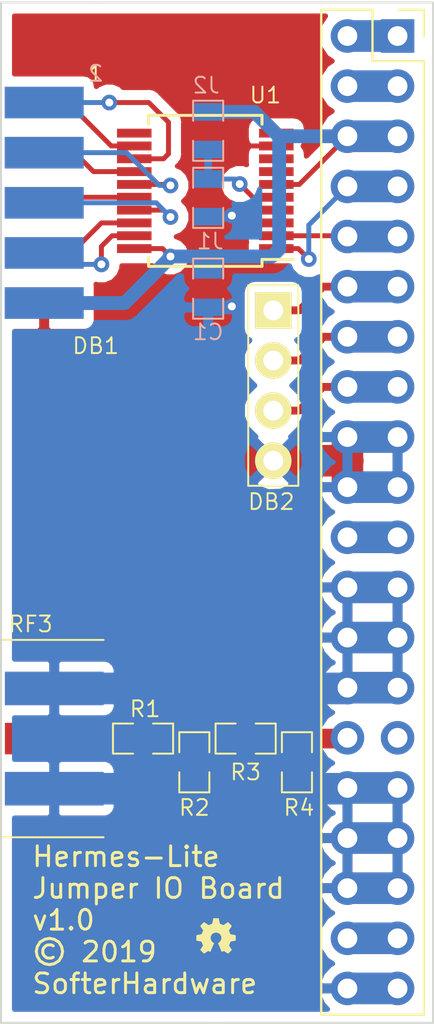
<source format=kicad_pcb>
(kicad_pcb (version 20171130) (host pcbnew 5.0.2-bee76a0~70~ubuntu16.04.1)

  (general
    (thickness 1.6)
    (drawings 10)
    (tracks 171)
    (zones 0)
    (modules 13)
    (nets 29)
  )

  (page USLetter)
  (title_block
    (title "Hermes-Lite Jumper With IO")
    (date 2019-12-01)
    (rev 1.0)
    (company SofterHardware)
    (comment 1 "Steve Haynal KF7O")
  )

  (layers
    (0 F.Cu signal)
    (31 B.Cu signal)
    (32 B.Adhes user)
    (33 F.Adhes user)
    (34 B.Paste user)
    (35 F.Paste user)
    (36 B.SilkS user)
    (37 F.SilkS user)
    (38 B.Mask user)
    (39 F.Mask user)
    (40 Dwgs.User user hide)
    (41 Cmts.User user)
    (42 Eco1.User user)
    (43 Eco2.User user)
    (44 Edge.Cuts user)
    (45 Margin user)
    (46 B.CrtYd user)
    (47 F.CrtYd user hide)
    (48 B.Fab user)
    (49 F.Fab user hide)
  )

  (setup
    (last_trace_width 1.6)
    (user_trace_width 0.4)
    (user_trace_width 0.7)
    (user_trace_width 1)
    (user_trace_width 1.6)
    (trace_clearance 0.2)
    (zone_clearance 0.508)
    (zone_45_only no)
    (trace_min 0.2)
    (segment_width 0.2)
    (edge_width 0.1)
    (via_size 0.8)
    (via_drill 0.4)
    (via_min_size 0.4)
    (via_min_drill 0.3)
    (uvia_size 0.3)
    (uvia_drill 0.1)
    (uvias_allowed no)
    (uvia_min_size 0.2)
    (uvia_min_drill 0.1)
    (pcb_text_width 0.3)
    (pcb_text_size 1.5 1.5)
    (mod_edge_width 0.15)
    (mod_text_size 1 1)
    (mod_text_width 0.15)
    (pad_size 1.5 1.5)
    (pad_drill 0.6)
    (pad_to_mask_clearance 0)
    (solder_mask_min_width 0.25)
    (aux_axis_origin 122.1 47.5)
    (visible_elements FFFFFF7F)
    (pcbplotparams
      (layerselection 0x010fc_ffffffff)
      (usegerberextensions false)
      (usegerberattributes false)
      (usegerberadvancedattributes false)
      (creategerberjobfile false)
      (excludeedgelayer true)
      (linewidth 0.100000)
      (plotframeref false)
      (viasonmask false)
      (mode 1)
      (useauxorigin true)
      (hpglpennumber 1)
      (hpglpenspeed 20)
      (hpglpendiameter 15.000000)
      (psnegative false)
      (psa4output false)
      (plotreference true)
      (plotvalue true)
      (plotinvisibletext false)
      (padsonsilk false)
      (subtractmaskfromsilk false)
      (outputformat 1)
      (mirror false)
      (drillshape 0)
      (scaleselection 1)
      (outputdirectory "gerber"))
  )

  (net 0 "")
  (net 1 VCC)
  (net 2 GNDS)
  (net 3 "Net-(J1-Pad1)")
  (net 4 "Net-(DB1-Pad1)")
  (net 5 "Net-(DB1-Pad3)")
  (net 6 "Net-(DB1-Pad5)")
  (net 7 "Net-(DB1-Pad7)")
  (net 8 "Net-(DB1-Pad2)")
  (net 9 "Net-(DB1-Pad4)")
  (net 10 "Net-(DB1-Pad6)")
  (net 11 "Net-(DB1-Pad8)")
  (net 12 "Net-(U1-Pad7)")
  (net 13 "Net-(U1-Pad8)")
  (net 14 "Net-(U1-Pad10)")
  (net 15 "Net-(U1-Pad11)")
  (net 16 "Net-(R1-Pad2)")
  (net 17 "Net-(R1-Pad1)")
  (net 18 "Net-(P1-Pad30)")
  (net 19 "Net-(P1-Pad7)")
  (net 20 "Net-(P1-Pad10)")
  (net 21 "Net-(P1-Pad1)")
  (net 22 "Net-(P1-Pad3)")
  (net 23 "Net-(P1-Pad21)")
  (net 24 "Net-(P1-Pad29)")
  (net 25 "Net-(P1-Pad37)")
  (net 26 "Net-(DB2-Pad1)")
  (net 27 "Net-(DB2-Pad2)")
  (net 28 "Net-(DB2-Pad3)")

  (net_class Default "This is the default net class."
    (clearance 0.2)
    (trace_width 0.25)
    (via_dia 0.8)
    (via_drill 0.4)
    (uvia_dia 0.3)
    (uvia_drill 0.1)
    (add_net GNDS)
    (add_net "Net-(DB1-Pad1)")
    (add_net "Net-(DB1-Pad2)")
    (add_net "Net-(DB1-Pad3)")
    (add_net "Net-(DB1-Pad4)")
    (add_net "Net-(DB1-Pad5)")
    (add_net "Net-(DB1-Pad6)")
    (add_net "Net-(DB1-Pad7)")
    (add_net "Net-(DB1-Pad8)")
    (add_net "Net-(DB2-Pad1)")
    (add_net "Net-(DB2-Pad2)")
    (add_net "Net-(DB2-Pad3)")
    (add_net "Net-(J1-Pad1)")
    (add_net "Net-(P1-Pad1)")
    (add_net "Net-(P1-Pad10)")
    (add_net "Net-(P1-Pad21)")
    (add_net "Net-(P1-Pad29)")
    (add_net "Net-(P1-Pad3)")
    (add_net "Net-(P1-Pad30)")
    (add_net "Net-(P1-Pad37)")
    (add_net "Net-(P1-Pad7)")
    (add_net "Net-(R1-Pad1)")
    (add_net "Net-(R1-Pad2)")
    (add_net "Net-(U1-Pad10)")
    (add_net "Net-(U1-Pad11)")
    (add_net "Net-(U1-Pad7)")
    (add_net "Net-(U1-Pad8)")
    (add_net VCC)
  )

  (module HERMESLITE:Socket_Strip_Straight_2x20_Pitch2.54mm (layer F.Cu) (tedit 5A046B26) (tstamp 5DEE5912)
    (at 142.2 49.2)
    (descr "Through hole straight socket strip, 2x20, 2.54mm pitch, double rows")
    (tags "Through hole socket strip THT 2x20 2.54mm double row")
    (path /5A0468E7)
    (fp_text reference P1 (at -8.128 27.432 90) (layer F.SilkS) hide
      (effects (font (size 1 1) (thickness 0.15)))
    )
    (fp_text value PPPC202LFBN-RC (at 4.826 28.194 90) (layer F.Fab)
      (effects (font (size 1 1) (thickness 0.15)))
    )
    (fp_line (start -3.81 -1.27) (end -3.81 49.53) (layer F.Fab) (width 0.1))
    (fp_line (start -3.81 49.53) (end 1.27 49.53) (layer F.Fab) (width 0.1))
    (fp_line (start 1.27 49.53) (end 1.27 -1.27) (layer F.Fab) (width 0.1))
    (fp_line (start 1.27 -1.27) (end -3.81 -1.27) (layer F.Fab) (width 0.1))
    (fp_line (start 1.33 1.27) (end 1.33 49.59) (layer F.SilkS) (width 0.12))
    (fp_line (start 1.33 49.59) (end -3.87 49.59) (layer F.SilkS) (width 0.12))
    (fp_line (start -3.87 49.59) (end -3.87 -1.33) (layer F.SilkS) (width 0.12))
    (fp_line (start -3.87 -1.33) (end -1.27 -1.33) (layer F.SilkS) (width 0.12))
    (fp_line (start -1.27 -1.33) (end -1.27 1.27) (layer F.SilkS) (width 0.12))
    (fp_line (start -1.27 1.27) (end 1.33 1.27) (layer F.SilkS) (width 0.12))
    (fp_line (start 1.33 0) (end 1.33 -1.33) (layer F.SilkS) (width 0.12))
    (fp_line (start 1.33 -1.33) (end 0.06 -1.33) (layer F.SilkS) (width 0.12))
    (fp_line (start -4.35 -1.8) (end -4.35 50.05) (layer F.CrtYd) (width 0.05))
    (fp_line (start -4.35 50.05) (end 1.8 50.05) (layer F.CrtYd) (width 0.05))
    (fp_line (start 1.8 50.05) (end 1.8 -1.8) (layer F.CrtYd) (width 0.05))
    (fp_line (start 1.8 -1.8) (end -4.35 -1.8) (layer F.CrtYd) (width 0.05))
    (fp_text user %R (at -8.382 27.432 90) (layer F.Fab)
      (effects (font (size 1 1) (thickness 0.15)))
    )
    (pad 1 thru_hole rect (at 0 0) (size 1.7 1.7) (drill 1) (layers *.Cu *.Mask)
      (net 21 "Net-(P1-Pad1)"))
    (pad 2 thru_hole oval (at -2.54 0) (size 1.7 1.7) (drill 1) (layers *.Cu *.Mask)
      (net 21 "Net-(P1-Pad1)"))
    (pad 3 thru_hole oval (at 0 2.54) (size 1.7 1.7) (drill 1) (layers *.Cu *.Mask)
      (net 22 "Net-(P1-Pad3)"))
    (pad 4 thru_hole oval (at -2.54 2.54) (size 1.7 1.7) (drill 1) (layers *.Cu *.Mask)
      (net 22 "Net-(P1-Pad3)"))
    (pad 5 thru_hole oval (at 0 5.08) (size 1.7 1.7) (drill 1) (layers *.Cu *.Mask)
      (net 1 VCC))
    (pad 6 thru_hole oval (at -2.54 5.08) (size 1.7 1.7) (drill 1) (layers *.Cu *.Mask)
      (net 1 VCC))
    (pad 7 thru_hole oval (at 0 7.62) (size 1.7 1.7) (drill 1) (layers *.Cu *.Mask)
      (net 19 "Net-(P1-Pad7)"))
    (pad 8 thru_hole oval (at -2.54 7.62) (size 1.7 1.7) (drill 1) (layers *.Cu *.Mask)
      (net 19 "Net-(P1-Pad7)"))
    (pad 9 thru_hole oval (at 0 10.16) (size 1.7 1.7) (drill 1) (layers *.Cu *.Mask)
      (net 20 "Net-(P1-Pad10)"))
    (pad 10 thru_hole oval (at -2.54 10.16) (size 1.7 1.7) (drill 1) (layers *.Cu *.Mask)
      (net 20 "Net-(P1-Pad10)"))
    (pad 11 thru_hole oval (at 0 12.7) (size 1.7 1.7) (drill 1) (layers *.Cu *.Mask)
      (net 26 "Net-(DB2-Pad1)"))
    (pad 12 thru_hole oval (at -2.54 12.7) (size 1.7 1.7) (drill 1) (layers *.Cu *.Mask)
      (net 26 "Net-(DB2-Pad1)"))
    (pad 13 thru_hole oval (at 0 15.24) (size 1.7 1.7) (drill 1) (layers *.Cu *.Mask)
      (net 27 "Net-(DB2-Pad2)"))
    (pad 14 thru_hole oval (at -2.54 15.24) (size 1.7 1.7) (drill 1) (layers *.Cu *.Mask)
      (net 27 "Net-(DB2-Pad2)"))
    (pad 15 thru_hole oval (at 0 17.78) (size 1.7 1.7) (drill 1) (layers *.Cu *.Mask)
      (net 28 "Net-(DB2-Pad3)"))
    (pad 16 thru_hole oval (at -2.54 17.78) (size 1.7 1.7) (drill 1) (layers *.Cu *.Mask)
      (net 28 "Net-(DB2-Pad3)"))
    (pad 17 thru_hole oval (at 0 20.32) (size 1.7 1.7) (drill 1) (layers *.Cu *.Mask)
      (net 2 GNDS))
    (pad 18 thru_hole oval (at -2.54 20.32) (size 1.7 1.7) (drill 1) (layers *.Cu *.Mask)
      (net 2 GNDS))
    (pad 19 thru_hole oval (at 0 22.86) (size 1.7 1.7) (drill 1) (layers *.Cu *.Mask)
      (net 2 GNDS))
    (pad 20 thru_hole oval (at -2.54 22.86) (size 1.7 1.7) (drill 1) (layers *.Cu *.Mask)
      (net 2 GNDS))
    (pad 21 thru_hole oval (at 0 25.4) (size 1.7 1.7) (drill 1) (layers *.Cu *.Mask)
      (net 23 "Net-(P1-Pad21)"))
    (pad 22 thru_hole oval (at -2.54 25.4) (size 1.7 1.7) (drill 1) (layers *.Cu *.Mask)
      (net 23 "Net-(P1-Pad21)"))
    (pad 23 thru_hole oval (at 0 27.94) (size 1.7 1.7) (drill 1) (layers *.Cu *.Mask)
      (net 2 GNDS))
    (pad 24 thru_hole oval (at -2.54 27.94) (size 1.7 1.7) (drill 1) (layers *.Cu *.Mask)
      (net 2 GNDS))
    (pad 25 thru_hole oval (at 0 30.48) (size 1.7 1.7) (drill 1) (layers *.Cu *.Mask)
      (net 2 GNDS))
    (pad 26 thru_hole oval (at -2.54 30.48) (size 1.7 1.7) (drill 1) (layers *.Cu *.Mask)
      (net 2 GNDS))
    (pad 27 thru_hole oval (at 0 33.02) (size 1.7 1.7) (drill 1) (layers *.Cu *.Mask)
      (net 2 GNDS))
    (pad 28 thru_hole oval (at -2.54 33.02) (size 1.7 1.7) (drill 1) (layers *.Cu *.Mask)
      (net 2 GNDS))
    (pad 29 thru_hole oval (at 0 35.56) (size 1.7 1.7) (drill 1) (layers *.Cu *.Mask)
      (net 24 "Net-(P1-Pad29)"))
    (pad 30 thru_hole oval (at -2.54 35.56) (size 1.7 1.7) (drill 1) (layers *.Cu *.Mask)
      (net 18 "Net-(P1-Pad30)"))
    (pad 31 thru_hole oval (at 0 38.1) (size 1.7 1.7) (drill 1) (layers *.Cu *.Mask)
      (net 2 GNDS))
    (pad 32 thru_hole oval (at -2.54 38.1) (size 1.7 1.7) (drill 1) (layers *.Cu *.Mask)
      (net 2 GNDS))
    (pad 33 thru_hole oval (at 0 40.64) (size 1.7 1.7) (drill 1) (layers *.Cu *.Mask)
      (net 2 GNDS))
    (pad 34 thru_hole oval (at -2.54 40.64) (size 1.7 1.7) (drill 1) (layers *.Cu *.Mask)
      (net 2 GNDS))
    (pad 35 thru_hole oval (at 0 43.18) (size 1.7 1.7) (drill 1) (layers *.Cu *.Mask)
      (net 2 GNDS))
    (pad 36 thru_hole oval (at -2.54 43.18) (size 1.7 1.7) (drill 1) (layers *.Cu *.Mask)
      (net 2 GNDS))
    (pad 37 thru_hole oval (at 0 45.72) (size 1.7 1.7) (drill 1) (layers *.Cu *.Mask)
      (net 25 "Net-(P1-Pad37)"))
    (pad 38 thru_hole oval (at -2.54 45.72) (size 1.7 1.7) (drill 1) (layers *.Cu *.Mask)
      (net 25 "Net-(P1-Pad37)"))
    (pad 39 thru_hole oval (at 0 48.26) (size 1.7 1.7) (drill 1) (layers *.Cu *.Mask)
      (net 2 GNDS))
    (pad 40 thru_hole oval (at -2.54 48.26) (size 1.7 1.7) (drill 1) (layers *.Cu *.Mask)
      (net 2 GNDS))
    (model ${KISYS3DMOD}/Socket_Strips.3dshapes/Socket_Strip_Straight_2x20_Pitch2.54mm.wrl
      (offset (xyz -1.269999980926514 -24.12999963760376 0))
      (scale (xyz 1 1 1))
      (rotate (xyz 0 0 270))
    )
  )

  (module HERMESLITE:SMD-0805 (layer B.Cu) (tedit 5796CB05) (tstamp 5DF5A7A9)
    (at 132.6 54 270)
    (path /5DE05E8E)
    (attr smd)
    (fp_text reference J2 (at -2.3 0.1) (layer B.SilkS)
      (effects (font (size 0.8 0.8) (thickness 0.1)) (justify mirror))
    )
    (fp_text value 0 (at 0 -0.381 270) (layer B.SilkS) hide
      (effects (font (size 0.8 0.8) (thickness 0.1)) (justify mirror))
    )
    (fp_line (start -0.508 -0.762) (end -1.524 -0.762) (layer B.SilkS) (width 0.1))
    (fp_line (start -1.524 -0.762) (end -1.524 0.762) (layer B.SilkS) (width 0.1))
    (fp_line (start -1.524 0.762) (end -0.508 0.762) (layer B.SilkS) (width 0.1))
    (fp_line (start 0.508 0.762) (end 1.524 0.762) (layer B.SilkS) (width 0.1))
    (fp_line (start 1.524 0.762) (end 1.524 -0.762) (layer B.SilkS) (width 0.1))
    (fp_line (start 1.524 -0.762) (end 0.508 -0.762) (layer B.SilkS) (width 0.1))
    (pad 1 smd rect (at -0.9525 0 270) (size 0.889 1.397) (layers B.Cu B.Paste B.Mask)
      (net 1 VCC))
    (pad 2 smd rect (at 0.9525 0 270) (size 0.889 1.397) (layers B.Cu B.Paste B.Mask)
      (net 3 "Net-(J1-Pad1)"))
    (model smd/chip_cms.wrl
      (at (xyz 0 0 0))
      (scale (xyz 0.1 0.1 0.1))
      (rotate (xyz 0 0 0))
    )
  )

  (module HERMESLITE:SMD-0805 (layer B.Cu) (tedit 5796CB05) (tstamp 5DF5A775)
    (at 132.6 62 90)
    (path /5DE0543E)
    (attr smd)
    (fp_text reference C1 (at -2.2 0 -180) (layer B.SilkS)
      (effects (font (size 0.8 0.8) (thickness 0.1)) (justify mirror))
    )
    (fp_text value 0.1uF (at 0 -0.381 90) (layer B.SilkS) hide
      (effects (font (size 0.8 0.8) (thickness 0.1)) (justify mirror))
    )
    (fp_line (start -0.508 -0.762) (end -1.524 -0.762) (layer B.SilkS) (width 0.1))
    (fp_line (start -1.524 -0.762) (end -1.524 0.762) (layer B.SilkS) (width 0.1))
    (fp_line (start -1.524 0.762) (end -0.508 0.762) (layer B.SilkS) (width 0.1))
    (fp_line (start 0.508 0.762) (end 1.524 0.762) (layer B.SilkS) (width 0.1))
    (fp_line (start 1.524 0.762) (end 1.524 -0.762) (layer B.SilkS) (width 0.1))
    (fp_line (start 1.524 -0.762) (end 0.508 -0.762) (layer B.SilkS) (width 0.1))
    (pad 1 smd rect (at -0.9525 0 90) (size 0.889 1.397) (layers B.Cu B.Paste B.Mask)
      (net 2 GNDS))
    (pad 2 smd rect (at 0.9525 0 90) (size 0.889 1.397) (layers B.Cu B.Paste B.Mask)
      (net 1 VCC))
    (model smd/chip_cms.wrl
      (at (xyz 0 0 0))
      (scale (xyz 0.1 0.1 0.1))
      (rotate (xyz 0 0 0))
    )
  )

  (module HERMESLITE:edge10_alt (layer F.Cu) (tedit 5DE1F07F) (tstamp 5DEE812A)
    (at 124.289539 52.571021 90)
    (path /5DE0723D)
    (fp_text reference DB1 (at -12.328979 2.610461 180) (layer F.SilkS)
      (effects (font (size 0.8 0.8) (thickness 0.1)))
    )
    (fp_text value IO10 (at -5.08 5.08 90) (layer F.Fab)
      (effects (font (size 1 1) (thickness 0.15)))
    )
    (fp_text user 1 (at 1.471021 2.610461 180) (layer F.SilkS)
      (effects (font (size 0.8 0.8) (thickness 0.1)))
    )
    (fp_text user 2 (at 1.471021 2.610461 180) (layer B.SilkS)
      (effects (font (size 0.8 0.8) (thickness 0.1)) (justify mirror))
    )
    (pad 1 smd rect (at 0 0 90) (size 1.6 4) (layers F.Cu F.Paste F.Mask)
      (net 4 "Net-(DB1-Pad1)"))
    (pad 3 smd rect (at -2.54 0 90) (size 1.6 4) (layers F.Cu F.Paste F.Mask)
      (net 5 "Net-(DB1-Pad3)"))
    (pad 5 smd rect (at -5.08 0 90) (size 1.6 4) (layers F.Cu F.Paste F.Mask)
      (net 6 "Net-(DB1-Pad5)"))
    (pad 7 smd rect (at -7.62 0 90) (size 1.6 4) (layers F.Cu F.Paste F.Mask)
      (net 7 "Net-(DB1-Pad7)"))
    (pad 9 smd rect (at -10.16 0 90) (size 1.6 4) (layers F.Cu F.Paste F.Mask)
      (net 2 GNDS))
    (pad 2 smd rect (at 0 0 90) (size 1.6 4) (layers B.Cu B.Paste B.Mask)
      (net 8 "Net-(DB1-Pad2)"))
    (pad 4 smd rect (at -2.54 0 90) (size 1.6 4) (layers B.Cu B.Paste B.Mask)
      (net 9 "Net-(DB1-Pad4)"))
    (pad 6 smd rect (at -5.08 0 90) (size 1.6 4) (layers B.Cu B.Paste B.Mask)
      (net 10 "Net-(DB1-Pad6)"))
    (pad 8 smd rect (at -7.62 0 90) (size 1.6 4) (layers B.Cu B.Paste B.Mask)
      (net 11 "Net-(DB1-Pad8)"))
    (pad 10 smd rect (at -10.16 0 90) (size 1.6 4) (layers B.Cu B.Paste B.Mask)
      (net 1 VCC))
  )

  (module HERMESLITE:SMD-0805 (layer B.Cu) (tedit 5796CB05) (tstamp 5DF5A79D)
    (at 132.6 57.4 270)
    (path /5DE05BCE)
    (attr smd)
    (fp_text reference J1 (at 2.2 -0.1) (layer B.SilkS)
      (effects (font (size 0.8 0.8) (thickness 0.1)) (justify mirror))
    )
    (fp_text value 0 (at 0 -0.381 270) (layer B.SilkS) hide
      (effects (font (size 0.8 0.8) (thickness 0.1)) (justify mirror))
    )
    (fp_line (start 1.524 -0.762) (end 0.508 -0.762) (layer B.SilkS) (width 0.1))
    (fp_line (start 1.524 0.762) (end 1.524 -0.762) (layer B.SilkS) (width 0.1))
    (fp_line (start 0.508 0.762) (end 1.524 0.762) (layer B.SilkS) (width 0.1))
    (fp_line (start -1.524 0.762) (end -0.508 0.762) (layer B.SilkS) (width 0.1))
    (fp_line (start -1.524 -0.762) (end -1.524 0.762) (layer B.SilkS) (width 0.1))
    (fp_line (start -0.508 -0.762) (end -1.524 -0.762) (layer B.SilkS) (width 0.1))
    (pad 2 smd rect (at 0.9525 0 270) (size 0.889 1.397) (layers B.Cu B.Paste B.Mask)
      (net 2 GNDS))
    (pad 1 smd rect (at -0.9525 0 270) (size 0.889 1.397) (layers B.Cu B.Paste B.Mask)
      (net 3 "Net-(J1-Pad1)"))
    (model smd/chip_cms.wrl
      (at (xyz 0 0 0))
      (scale (xyz 0.1 0.1 0.1))
      (rotate (xyz 0 0 0))
    )
  )

  (module Package_SO:SSOP-20_5.3x7.2mm_P0.65mm (layer F.Cu) (tedit 5DE1F03A) (tstamp 5DF5A7D2)
    (at 132.454538 57.04602 180)
    (descr "20-Lead Plastic Shrink Small Outline (SS)-5.30 mm Body [SSOP] (see Microchip Packaging Specification 00000049BS.pdf)")
    (tags "SSOP 0.65")
    (path /5DDE18B9)
    (attr smd)
    (fp_text reference U1 (at -3.045462 4.84602 180) (layer F.SilkS)
      (effects (font (size 0.8 0.8) (thickness 0.1)))
    )
    (fp_text value MCP23008-E_SS (at 0 4.75 180) (layer F.Fab)
      (effects (font (size 1 1) (thickness 0.15)))
    )
    (fp_line (start -1.65 -3.6) (end 2.65 -3.6) (layer F.Fab) (width 0.15))
    (fp_line (start 2.65 -3.6) (end 2.65 3.6) (layer F.Fab) (width 0.15))
    (fp_line (start 2.65 3.6) (end -2.65 3.6) (layer F.Fab) (width 0.15))
    (fp_line (start -2.65 3.6) (end -2.65 -2.6) (layer F.Fab) (width 0.15))
    (fp_line (start -2.65 -2.6) (end -1.65 -3.6) (layer F.Fab) (width 0.15))
    (fp_line (start -4.75 -4) (end -4.75 4) (layer F.CrtYd) (width 0.05))
    (fp_line (start 4.75 -4) (end 4.75 4) (layer F.CrtYd) (width 0.05))
    (fp_line (start -4.75 -4) (end 4.75 -4) (layer F.CrtYd) (width 0.05))
    (fp_line (start -4.75 4) (end 4.75 4) (layer F.CrtYd) (width 0.05))
    (fp_line (start -2.875 -3.825) (end -2.875 -3.475) (layer F.SilkS) (width 0.15))
    (fp_line (start 2.875 -3.825) (end 2.875 -3.375) (layer F.SilkS) (width 0.15))
    (fp_line (start 2.875 3.825) (end 2.875 3.375) (layer F.SilkS) (width 0.15))
    (fp_line (start -2.875 3.825) (end -2.875 3.375) (layer F.SilkS) (width 0.15))
    (fp_line (start -2.875 -3.825) (end 2.875 -3.825) (layer F.SilkS) (width 0.15))
    (fp_line (start -2.875 3.825) (end 2.875 3.825) (layer F.SilkS) (width 0.15))
    (fp_line (start -2.875 -3.475) (end -4.475 -3.475) (layer F.SilkS) (width 0.15))
    (fp_text user %R (at 0 0 180) (layer F.Fab)
      (effects (font (size 0.8 0.8) (thickness 0.15)))
    )
    (pad 1 smd rect (at -3.6 -2.925 180) (size 1.75 0.45) (layers F.Cu F.Paste F.Mask)
      (net 19 "Net-(P1-Pad7)"))
    (pad 2 smd rect (at -3.6 -2.275 180) (size 1.75 0.45) (layers F.Cu F.Paste F.Mask)
      (net 20 "Net-(P1-Pad10)"))
    (pad 3 smd rect (at -3.6 -1.625 180) (size 1.75 0.45) (layers F.Cu F.Paste F.Mask)
      (net 2 GNDS))
    (pad 4 smd rect (at -3.6 -0.975 180) (size 1.75 0.45) (layers F.Cu F.Paste F.Mask)
      (net 2 GNDS))
    (pad 5 smd rect (at -3.6 -0.325 180) (size 1.75 0.45) (layers F.Cu F.Paste F.Mask)
      (net 3 "Net-(J1-Pad1)"))
    (pad 6 smd rect (at -3.6 0.325 180) (size 1.75 0.45) (layers F.Cu F.Paste F.Mask)
      (net 1 VCC))
    (pad 7 smd rect (at -3.6 0.975 180) (size 1.75 0.45) (layers F.Cu F.Paste F.Mask)
      (net 12 "Net-(U1-Pad7)"))
    (pad 8 smd rect (at -3.6 1.625 180) (size 1.75 0.45) (layers F.Cu F.Paste F.Mask)
      (net 13 "Net-(U1-Pad8)"))
    (pad 9 smd rect (at -3.6 2.275 180) (size 1.75 0.45) (layers F.Cu F.Paste F.Mask)
      (net 2 GNDS))
    (pad 10 smd rect (at -3.6 2.925 180) (size 1.75 0.45) (layers F.Cu F.Paste F.Mask)
      (net 14 "Net-(U1-Pad10)"))
    (pad 11 smd rect (at 3.6 2.925 180) (size 1.75 0.45) (layers F.Cu F.Paste F.Mask)
      (net 15 "Net-(U1-Pad11)"))
    (pad 12 smd rect (at 3.6 2.275 180) (size 1.75 0.45) (layers F.Cu F.Paste F.Mask)
      (net 4 "Net-(DB1-Pad1)"))
    (pad 13 smd rect (at 3.6 1.625 180) (size 1.75 0.45) (layers F.Cu F.Paste F.Mask)
      (net 8 "Net-(DB1-Pad2)"))
    (pad 14 smd rect (at 3.6 0.975 180) (size 1.75 0.45) (layers F.Cu F.Paste F.Mask)
      (net 5 "Net-(DB1-Pad3)"))
    (pad 15 smd rect (at 3.6 0.325 180) (size 1.75 0.45) (layers F.Cu F.Paste F.Mask)
      (net 9 "Net-(DB1-Pad4)"))
    (pad 16 smd rect (at 3.6 -0.325 180) (size 1.75 0.45) (layers F.Cu F.Paste F.Mask)
      (net 6 "Net-(DB1-Pad5)"))
    (pad 17 smd rect (at 3.6 -0.975 180) (size 1.75 0.45) (layers F.Cu F.Paste F.Mask)
      (net 10 "Net-(DB1-Pad6)"))
    (pad 18 smd rect (at 3.6 -1.625 180) (size 1.75 0.45) (layers F.Cu F.Paste F.Mask)
      (net 7 "Net-(DB1-Pad7)"))
    (pad 19 smd rect (at 3.6 -2.275 180) (size 1.75 0.45) (layers F.Cu F.Paste F.Mask)
      (net 11 "Net-(DB1-Pad8)"))
    (pad 20 smd rect (at 3.6 -2.925 180) (size 1.75 0.45) (layers F.Cu F.Paste F.Mask)
      (net 1 VCC))
    (model ${KISYS3DMOD}/Package_SO.3dshapes/SSOP-20_5.3x7.2mm_P0.65mm.wrl
      (at (xyz 0 0 0))
      (scale (xyz 1 1 1))
      (rotate (xyz 0 0 0))
    )
  )

  (module HERMESLITE:SMD-0805 (layer F.Cu) (tedit 5796CB05) (tstamp 5DE1C759)
    (at 129.3 84.8 180)
    (path /5DE1BE3D)
    (attr smd)
    (fp_text reference R1 (at -0.1 1.5) (layer F.SilkS)
      (effects (font (size 0.8 0.8) (thickness 0.1)))
    )
    (fp_text value 0 (at 0 0.381 180) (layer F.SilkS) hide
      (effects (font (size 0.8 0.8) (thickness 0.1)))
    )
    (fp_line (start 1.524 0.762) (end 0.508 0.762) (layer F.SilkS) (width 0.1))
    (fp_line (start 1.524 -0.762) (end 1.524 0.762) (layer F.SilkS) (width 0.1))
    (fp_line (start 0.508 -0.762) (end 1.524 -0.762) (layer F.SilkS) (width 0.1))
    (fp_line (start -1.524 -0.762) (end -0.508 -0.762) (layer F.SilkS) (width 0.1))
    (fp_line (start -1.524 0.762) (end -1.524 -0.762) (layer F.SilkS) (width 0.1))
    (fp_line (start -0.508 0.762) (end -1.524 0.762) (layer F.SilkS) (width 0.1))
    (pad 2 smd rect (at 0.9525 0 180) (size 0.889 1.397) (layers F.Cu F.Paste F.Mask)
      (net 16 "Net-(R1-Pad2)"))
    (pad 1 smd rect (at -0.9525 0 180) (size 0.889 1.397) (layers F.Cu F.Paste F.Mask)
      (net 17 "Net-(R1-Pad1)"))
    (model smd/chip_cms.wrl
      (at (xyz 0 0 0))
      (scale (xyz 0.1 0.1 0.1))
      (rotate (xyz 0 0 0))
    )
  )

  (module HERMESLITE:SMD-0805 (layer F.Cu) (tedit 5796CB05) (tstamp 5DE1C765)
    (at 131.9 86 270)
    (path /5DE1BE08)
    (attr smd)
    (fp_text reference R2 (at 2.3 0) (layer F.SilkS)
      (effects (font (size 0.8 0.8) (thickness 0.1)))
    )
    (fp_text value 49.9 (at 0 0.381 270) (layer F.SilkS) hide
      (effects (font (size 0.8 0.8) (thickness 0.1)))
    )
    (fp_line (start -0.508 0.762) (end -1.524 0.762) (layer F.SilkS) (width 0.1))
    (fp_line (start -1.524 0.762) (end -1.524 -0.762) (layer F.SilkS) (width 0.1))
    (fp_line (start -1.524 -0.762) (end -0.508 -0.762) (layer F.SilkS) (width 0.1))
    (fp_line (start 0.508 -0.762) (end 1.524 -0.762) (layer F.SilkS) (width 0.1))
    (fp_line (start 1.524 -0.762) (end 1.524 0.762) (layer F.SilkS) (width 0.1))
    (fp_line (start 1.524 0.762) (end 0.508 0.762) (layer F.SilkS) (width 0.1))
    (pad 1 smd rect (at -0.9525 0 270) (size 0.889 1.397) (layers F.Cu F.Paste F.Mask)
      (net 17 "Net-(R1-Pad1)"))
    (pad 2 smd rect (at 0.9525 0 270) (size 0.889 1.397) (layers F.Cu F.Paste F.Mask)
      (net 2 GNDS))
    (model smd/chip_cms.wrl
      (at (xyz 0 0 0))
      (scale (xyz 0.1 0.1 0.1))
      (rotate (xyz 0 0 0))
    )
  )

  (module HERMESLITE:SMD-0805 (layer F.Cu) (tedit 5796CB05) (tstamp 5DEE6C93)
    (at 134.5 84.8 180)
    (path /5DE1B9F5)
    (attr smd)
    (fp_text reference R3 (at 0 -1.7 180) (layer F.SilkS)
      (effects (font (size 0.8 0.8) (thickness 0.1)))
    )
    (fp_text value 470 (at 0 0.381 180) (layer F.SilkS) hide
      (effects (font (size 0.8 0.8) (thickness 0.1)))
    )
    (fp_line (start -0.508 0.762) (end -1.524 0.762) (layer F.SilkS) (width 0.1))
    (fp_line (start -1.524 0.762) (end -1.524 -0.762) (layer F.SilkS) (width 0.1))
    (fp_line (start -1.524 -0.762) (end -0.508 -0.762) (layer F.SilkS) (width 0.1))
    (fp_line (start 0.508 -0.762) (end 1.524 -0.762) (layer F.SilkS) (width 0.1))
    (fp_line (start 1.524 -0.762) (end 1.524 0.762) (layer F.SilkS) (width 0.1))
    (fp_line (start 1.524 0.762) (end 0.508 0.762) (layer F.SilkS) (width 0.1))
    (pad 1 smd rect (at -0.9525 0 180) (size 0.889 1.397) (layers F.Cu F.Paste F.Mask)
      (net 18 "Net-(P1-Pad30)"))
    (pad 2 smd rect (at 0.9525 0 180) (size 0.889 1.397) (layers F.Cu F.Paste F.Mask)
      (net 17 "Net-(R1-Pad1)"))
    (model smd/chip_cms.wrl
      (at (xyz 0 0 0))
      (scale (xyz 0.1 0.1 0.1))
      (rotate (xyz 0 0 0))
    )
  )

  (module HERMESLITE:SMD-0805 (layer F.Cu) (tedit 5796CB05) (tstamp 5DE1C77D)
    (at 137.1 86 270)
    (path /5DE1BCF8)
    (attr smd)
    (fp_text reference R4 (at 2.3 -0.1) (layer F.SilkS)
      (effects (font (size 0.8 0.8) (thickness 0.1)))
    )
    (fp_text value 1K (at 0 0.381 270) (layer F.SilkS) hide
      (effects (font (size 0.8 0.8) (thickness 0.1)))
    )
    (fp_line (start 1.524 0.762) (end 0.508 0.762) (layer F.SilkS) (width 0.1))
    (fp_line (start 1.524 -0.762) (end 1.524 0.762) (layer F.SilkS) (width 0.1))
    (fp_line (start 0.508 -0.762) (end 1.524 -0.762) (layer F.SilkS) (width 0.1))
    (fp_line (start -1.524 -0.762) (end -0.508 -0.762) (layer F.SilkS) (width 0.1))
    (fp_line (start -1.524 0.762) (end -1.524 -0.762) (layer F.SilkS) (width 0.1))
    (fp_line (start -0.508 0.762) (end -1.524 0.762) (layer F.SilkS) (width 0.1))
    (pad 2 smd rect (at 0.9525 0 270) (size 0.889 1.397) (layers F.Cu F.Paste F.Mask)
      (net 2 GNDS))
    (pad 1 smd rect (at -0.9525 0 270) (size 0.889 1.397) (layers F.Cu F.Paste F.Mask)
      (net 18 "Net-(P1-Pad30)"))
    (model smd/chip_cms.wrl
      (at (xyz 0 0 0))
      (scale (xyz 0.1 0.1 0.1))
      (rotate (xyz 0 0 0))
    )
  )

  (module HERMESLITE:SMAEDGE (layer F.Cu) (tedit 5DE46D44) (tstamp 5DEE6BBB)
    (at 127.5 84.8 90)
    (path /5DE4F533)
    (fp_text reference RF3 (at 5.8 -3.9 180) (layer F.SilkS)
      (effects (font (size 0.8 0.8) (thickness 0.1)))
    )
    (fp_text value SMA (at 2.9 -6.1 90) (layer F.Fab) hide
      (effects (font (size 0.8 0.8) (thickness 0.1)))
    )
    (fp_line (start -5 -0.2) (end -5 -5.4) (layer F.SilkS) (width 0.1))
    (fp_line (start -5 -5.4) (end 5 -5.4) (layer F.SilkS) (width 0.1))
    (fp_line (start 5 -5.4) (end 5 -0.2) (layer F.SilkS) (width 0.1))
    (pad 1 smd rect (at 0 -2.7 90) (size 1.6 5) (layers F.Cu F.Paste F.Mask)
      (net 16 "Net-(R1-Pad2)"))
    (pad 2 smd rect (at -2.54 -2.7 90) (size 1.7 5) (layers F.Cu F.Paste F.Mask)
      (net 2 GNDS))
    (pad 2 smd rect (at 2.54 -2.7 90) (size 1.7 5) (layers F.Cu F.Paste F.Mask)
      (net 2 GNDS))
    (pad 2 smd rect (at 2.54 -2.7 90) (size 1.7 5) (layers *.Paste B.Cu B.Mask)
      (net 2 GNDS))
    (pad 2 smd rect (at -2.54 -2.7 90) (size 1.7 5) (layers B.Cu B.Paste B.Mask)
      (net 2 GNDS))
  )

  (module HERMESLITE:OSHW-logo_silkscreen-back_2mm (layer F.Cu) (tedit 0) (tstamp 5DEE7C3F)
    (at 133 94.8)
    (fp_text reference G*** (at 0 1.05918) (layer F.SilkS) hide
      (effects (font (size 0.0889 0.0889) (thickness 0.01778)))
    )
    (fp_text value OSHW-logo_silkscreen-back_2mm (at 0 -1.05918) (layer F.SilkS) hide
      (effects (font (size 0.0889 0.0889) (thickness 0.01778)))
    )
    (fp_poly (pts (xy 0.60452 0.89662) (xy 0.59436 0.89154) (xy 0.5715 0.8763) (xy 0.53848 0.85598)
      (xy 0.49784 0.82804) (xy 0.45974 0.80264) (xy 0.42672 0.77978) (xy 0.40386 0.76454)
      (xy 0.3937 0.75946) (xy 0.38862 0.762) (xy 0.37084 0.77216) (xy 0.3429 0.78486)
      (xy 0.32766 0.79248) (xy 0.30226 0.80518) (xy 0.28956 0.80772) (xy 0.28702 0.80264)
      (xy 0.27686 0.78486) (xy 0.26416 0.75184) (xy 0.24384 0.70866) (xy 0.22352 0.65786)
      (xy 0.20066 0.60198) (xy 0.1778 0.5461) (xy 0.15494 0.49276) (xy 0.13462 0.4445)
      (xy 0.11938 0.4064) (xy 0.10922 0.37846) (xy 0.10414 0.3683) (xy 0.10668 0.36576)
      (xy 0.11938 0.35306) (xy 0.1397 0.33782) (xy 0.18796 0.29718) (xy 0.23368 0.23876)
      (xy 0.26416 0.17272) (xy 0.27178 0.09906) (xy 0.26416 0.03302) (xy 0.23876 -0.03048)
      (xy 0.19304 -0.09144) (xy 0.13716 -0.13462) (xy 0.07112 -0.16256) (xy 0 -0.17018)
      (xy -0.06858 -0.16256) (xy -0.13462 -0.13716) (xy -0.19558 -0.09144) (xy -0.21844 -0.0635)
      (xy -0.254 -0.00254) (xy -0.27432 0.05842) (xy -0.27432 0.07366) (xy -0.27178 0.14478)
      (xy -0.25146 0.21336) (xy -0.2159 0.27178) (xy -0.16256 0.32258) (xy -0.15748 0.32766)
      (xy -0.13208 0.34544) (xy -0.11684 0.3556) (xy -0.10414 0.36576) (xy -0.19304 0.58166)
      (xy -0.20828 0.61722) (xy -0.23368 0.67564) (xy -0.254 0.72644) (xy -0.27178 0.76708)
      (xy -0.28448 0.79248) (xy -0.28956 0.80518) (xy -0.29718 0.80518) (xy -0.31242 0.8001)
      (xy -0.3429 0.78486) (xy -0.36322 0.7747) (xy -0.38608 0.76454) (xy -0.39624 0.75946)
      (xy -0.4064 0.76454) (xy -0.42672 0.77978) (xy -0.45974 0.8001) (xy -0.49784 0.8255)
      (xy -0.5334 0.8509) (xy -0.56896 0.87376) (xy -0.59182 0.889) (xy -0.60452 0.89662)
      (xy -0.60706 0.89662) (xy -0.61722 0.889) (xy -0.63754 0.87376) (xy -0.66548 0.84582)
      (xy -0.70612 0.80518) (xy -0.71374 0.8001) (xy -0.74676 0.76454) (xy -0.7747 0.73406)
      (xy -0.79502 0.71374) (xy -0.8001 0.70612) (xy -0.79502 0.69342) (xy -0.77978 0.66802)
      (xy -0.75692 0.635) (xy -0.72898 0.59436) (xy -0.65786 0.49022) (xy -0.6985 0.3937)
      (xy -0.70866 0.36322) (xy -0.7239 0.32766) (xy -0.7366 0.30226) (xy -0.74168 0.28956)
      (xy -0.75184 0.28702) (xy -0.77978 0.2794) (xy -0.81788 0.27178) (xy -0.8636 0.26416)
      (xy -0.90932 0.254) (xy -0.94742 0.24638) (xy -0.9779 0.2413) (xy -0.9906 0.23876)
      (xy -0.99314 0.23622) (xy -0.99568 0.23114) (xy -0.99822 0.21844) (xy -0.99822 0.19304)
      (xy -0.99822 0.15494) (xy -0.99822 0.09906) (xy -0.99822 0.09398) (xy -0.99822 0.04064)
      (xy -0.99822 0) (xy -0.99568 -0.0254) (xy -0.99314 -0.03556) (xy -0.98044 -0.04064)
      (xy -0.9525 -0.04572) (xy -0.9144 -0.05334) (xy -0.86614 -0.0635) (xy -0.8636 -0.0635)
      (xy -0.81534 -0.07112) (xy -0.77724 -0.08128) (xy -0.7493 -0.08636) (xy -0.7366 -0.09144)
      (xy -0.73406 -0.09398) (xy -0.7239 -0.11176) (xy -0.7112 -0.14224) (xy -0.69596 -0.1778)
      (xy -0.68072 -0.21336) (xy -0.66548 -0.24892) (xy -0.65786 -0.27178) (xy -0.65532 -0.28448)
      (xy -0.66294 -0.29464) (xy -0.67818 -0.32004) (xy -0.70104 -0.35306) (xy -0.72898 -0.3937)
      (xy -0.73152 -0.39878) (xy -0.75946 -0.43688) (xy -0.77978 -0.47244) (xy -0.79502 -0.4953)
      (xy -0.8001 -0.50546) (xy -0.8001 -0.508) (xy -0.79248 -0.51816) (xy -0.77216 -0.54102)
      (xy -0.74168 -0.5715) (xy -0.70612 -0.60706) (xy -0.69596 -0.61722) (xy -0.65786 -0.65532)
      (xy -0.62992 -0.68072) (xy -0.61214 -0.69342) (xy -0.60452 -0.6985) (xy -0.60452 -0.69596)
      (xy -0.59182 -0.69088) (xy -0.56642 -0.6731) (xy -0.5334 -0.65024) (xy -0.49276 -0.6223)
      (xy -0.49022 -0.61976) (xy -0.44958 -0.59436) (xy -0.41656 -0.5715) (xy -0.3937 -0.55626)
      (xy -0.38354 -0.54864) (xy -0.381 -0.54864) (xy -0.36576 -0.55372) (xy -0.33528 -0.56388)
      (xy -0.30226 -0.57658) (xy -0.26416 -0.59182) (xy -0.23114 -0.60706) (xy -0.20574 -0.61722)
      (xy -0.19304 -0.62484) (xy -0.18796 -0.64008) (xy -0.18288 -0.67056) (xy -0.17272 -0.7112)
      (xy -0.1651 -0.75946) (xy -0.16256 -0.76708) (xy -0.15494 -0.81534) (xy -0.14732 -0.85344)
      (xy -0.1397 -0.88138) (xy -0.13716 -0.89408) (xy -0.13208 -0.89408) (xy -0.10668 -0.89662)
      (xy -0.07112 -0.89662) (xy -0.02794 -0.89662) (xy 0.01524 -0.89662) (xy 0.05842 -0.89662)
      (xy 0.09652 -0.89408) (xy 0.12192 -0.89408) (xy 0.13462 -0.89154) (xy 0.13462 -0.889)
      (xy 0.1397 -0.8763) (xy 0.14478 -0.84582) (xy 0.15494 -0.80518) (xy 0.16256 -0.75438)
      (xy 0.1651 -0.74676) (xy 0.17272 -0.6985) (xy 0.18288 -0.6604) (xy 0.18796 -0.63246)
      (xy 0.1905 -0.6223) (xy 0.19558 -0.61976) (xy 0.21336 -0.61214) (xy 0.24638 -0.59944)
      (xy 0.28702 -0.58166) (xy 0.37846 -0.5461) (xy 0.49022 -0.6223) (xy 0.50038 -0.62992)
      (xy 0.54102 -0.65786) (xy 0.57404 -0.67818) (xy 0.5969 -0.69342) (xy 0.60706 -0.6985)
      (xy 0.61722 -0.68834) (xy 0.64008 -0.66802) (xy 0.67056 -0.63754) (xy 0.70612 -0.60452)
      (xy 0.73152 -0.57658) (xy 0.762 -0.5461) (xy 0.78232 -0.52578) (xy 0.79248 -0.51054)
      (xy 0.79756 -0.50292) (xy 0.79502 -0.49784) (xy 0.78994 -0.48514) (xy 0.77216 -0.46228)
      (xy 0.7493 -0.42672) (xy 0.72136 -0.38862) (xy 0.6985 -0.35306) (xy 0.67564 -0.3175)
      (xy 0.6604 -0.28956) (xy 0.65278 -0.27686) (xy 0.65532 -0.27178) (xy 0.66294 -0.24892)
      (xy 0.67564 -0.2159) (xy 0.69342 -0.17526) (xy 0.73152 -0.08636) (xy 0.78994 -0.0762)
      (xy 0.8255 -0.06858) (xy 0.8763 -0.06096) (xy 0.92202 -0.0508) (xy 0.99568 -0.03556)
      (xy 0.99822 0.23114) (xy 0.98806 0.23622) (xy 0.97536 0.2413) (xy 0.94996 0.24638)
      (xy 0.90932 0.254) (xy 0.8636 0.26162) (xy 0.8255 0.26924) (xy 0.78486 0.27686)
      (xy 0.75692 0.28194) (xy 0.74422 0.28448) (xy 0.74168 0.28956) (xy 0.73152 0.30988)
      (xy 0.71628 0.34036) (xy 0.70104 0.37592) (xy 0.6858 0.41402) (xy 0.6731 0.44958)
      (xy 0.66294 0.47498) (xy 0.65786 0.49022) (xy 0.66294 0.50038) (xy 0.67818 0.52324)
      (xy 0.70104 0.55626) (xy 0.72644 0.59436) (xy 0.75438 0.635) (xy 0.77724 0.66802)
      (xy 0.79248 0.69342) (xy 0.8001 0.70358) (xy 0.79502 0.7112) (xy 0.77978 0.72898)
      (xy 0.75184 0.75946) (xy 0.70612 0.80518) (xy 0.6985 0.81026) (xy 0.66548 0.84582)
      (xy 0.635 0.87122) (xy 0.61468 0.89154) (xy 0.60452 0.89662)) (layer F.SilkS) (width 0.00254))
  )

  (module HERMESLITE:4x1 (layer F.Cu) (tedit 57B89FEC) (tstamp 5DFBCC4B)
    (at 135.9 63.1 270)
    (path /5DE4A293)
    (fp_text reference DB2 (at 9.7 0.1) (layer F.SilkS)
      (effects (font (size 0.8 0.8) (thickness 0.1)))
    )
    (fp_text value RFD4d (at 0 2.54 270) (layer F.Fab)
      (effects (font (size 0.8 0.8) (thickness 0.1)))
    )
    (fp_line (start -1.27 -1.27) (end -1.27 1.27) (layer F.SilkS) (width 0.1))
    (fp_line (start -1.27 1.27) (end 8.89 1.27) (layer F.SilkS) (width 0.1))
    (fp_line (start 8.89 1.27) (end 8.89 -1.27) (layer F.SilkS) (width 0.1))
    (fp_line (start 8.89 -1.27) (end -1.27 -1.27) (layer F.SilkS) (width 0.1))
    (pad 1 thru_hole rect (at 0 0 270) (size 1.85 1.85) (drill 1) (layers *.Cu *.Mask F.SilkS)
      (net 26 "Net-(DB2-Pad1)"))
    (pad 2 thru_hole circle (at 2.54 0 270) (size 1.85 1.85) (drill 1) (layers *.Cu *.Mask F.SilkS)
      (net 27 "Net-(DB2-Pad2)"))
    (pad 3 thru_hole circle (at 5.08 0 270) (size 1.85 1.85) (drill 1) (layers *.Cu *.Mask F.SilkS)
      (net 28 "Net-(DB2-Pad3)"))
    (pad 4 thru_hole circle (at 7.62 0 270) (size 1.85 1.85) (drill 1) (layers *.Cu *.Mask F.SilkS)
      (net 2 GNDS))
  )

  (gr_text "Hermes-Lite\nJumper IO Board\nv1.0\n© 2019 \nSofterHardware" (at 123.6 94) (layer F.SilkS)
    (effects (font (size 1 1) (thickness 0.15)) (justify left))
  )
  (gr_line (start 122.1 99.2) (end 122.1 98.5) (layer Edge.Cuts) (width 0.1))
  (gr_line (start 133 99.2) (end 122.1 99.2) (layer Edge.Cuts) (width 0.1))
  (gr_line (start 122.1 92.3) (end 122.1 98.5) (layer Edge.Cuts) (width 0.1))
  (gr_line (start 122.1 86.8) (end 122.1 92.3) (layer Edge.Cuts) (width 0.1))
  (gr_line (start 144 99.2) (end 133 99.2) (layer Edge.Cuts) (width 0.1))
  (gr_line (start 144 47.5) (end 144 99.2) (layer Edge.Cuts) (width 0.1))
  (gr_line (start 122.1 47.5) (end 122.1 86.8) (layer Edge.Cuts) (width 0.1))
  (gr_line (start 126.9 47.5) (end 122.1 47.5) (layer Edge.Cuts) (width 0.1))
  (gr_line (start 144 47.5) (end 126.9 47.5) (layer Edge.Cuts) (width 0.1))

  (via (at 130.689539 60.371021) (size 0.8) (drill 0.4) (layers F.Cu B.Cu) (net 1))
  (segment (start 130.289538 59.97102) (end 130.689539 60.371021) (width 0.25) (layer F.Cu) (net 1))
  (segment (start 128.854538 59.97102) (end 130.289538 59.97102) (width 0.25) (layer F.Cu) (net 1))
  (segment (start 139.66 54.28) (end 137.02 54.28) (width 0.7) (layer B.Cu) (net 1))
  (segment (start 137.21898 56.72102) (end 139.66 54.28) (width 0.25) (layer F.Cu) (net 1))
  (segment (start 136.054538 56.72102) (end 137.21898 56.72102) (width 0.25) (layer F.Cu) (net 1))
  (segment (start 130.689539 60.371021) (end 135.828979 60.371021) (width 0.7) (layer B.Cu) (net 1))
  (segment (start 135.828979 60.371021) (end 136.2 60) (width 0.7) (layer B.Cu) (net 1))
  (segment (start 132.6 61.0475) (end 132.6 60.4) (width 0.25) (layer B.Cu) (net 1))
  (segment (start 134.9475 53.0475) (end 132.6 53.0475) (width 0.7) (layer B.Cu) (net 1))
  (segment (start 136.2 54.3) (end 134.9475 53.0475) (width 0.7) (layer B.Cu) (net 1))
  (segment (start 136.2 59.9) (end 136.2 54.3) (width 0.7) (layer B.Cu) (net 1))
  (segment (start 137.02 54.28) (end 136.22 54.28) (width 0.7) (layer B.Cu) (net 1))
  (segment (start 136.22 54.28) (end 136.2 54.3) (width 0.7) (layer B.Cu) (net 1))
  (segment (start 124.289539 62.731021) (end 128.368979 62.731021) (width 0.7) (layer B.Cu) (net 1))
  (segment (start 128.368979 62.731021) (end 130.7 60.4) (width 0.7) (layer B.Cu) (net 1))
  (segment (start 139.66 54.28) (end 142.2 54.28) (width 1.6) (layer B.Cu) (net 1))
  (segment (start 139.66 54.28) (end 142.2 54.28) (width 1.6) (layer F.Cu) (net 1))
  (segment (start 142.2 69.52) (end 139.66 69.52) (width 1.6) (layer F.Cu) (net 2))
  (segment (start 136.054538 54.77102) (end 132.57102 54.77102) (width 0.25) (layer F.Cu) (net 2))
  (segment (start 132.52898 58.67102) (end 132.5 58.7) (width 0.25) (layer F.Cu) (net 2))
  (via (at 133.8 58.3) (size 0.8) (drill 0.4) (layers F.Cu B.Cu) (net 2))
  (segment (start 133.7475 58.3525) (end 133.8 58.3) (width 0.4) (layer B.Cu) (net 2))
  (segment (start 132.6 58.3525) (end 133.7475 58.3525) (width 0.4) (layer B.Cu) (net 2))
  (segment (start 133.8 58.3) (end 133.234315 58.3) (width 0.4) (layer F.Cu) (net 2))
  (segment (start 133.234315 58.3) (end 132.6 58.3) (width 0.4) (layer F.Cu) (net 2))
  (segment (start 133.8 58.3) (end 132.5 58.3) (width 0.7) (layer F.Cu) (net 2))
  (segment (start 136.054538 58.02102) (end 134.07898 58.02102) (width 0.25) (layer F.Cu) (net 2))
  (segment (start 134.07898 58.02102) (end 133.8 58.3) (width 0.25) (layer F.Cu) (net 2))
  (segment (start 136.054538 58.67102) (end 134.17102 58.67102) (width 0.25) (layer F.Cu) (net 2))
  (segment (start 134.17102 58.67102) (end 133.8 58.3) (width 0.25) (layer F.Cu) (net 2))
  (segment (start 124.289539 62.731021) (end 132.431021 62.731021) (width 0.7) (layer F.Cu) (net 2))
  (segment (start 132.431021 62.731021) (end 132.6 62.9) (width 0.7) (layer F.Cu) (net 2))
  (via (at 133.8 62.9) (size 0.8) (drill 0.4) (layers F.Cu B.Cu) (net 2))
  (segment (start 133.7475 62.9525) (end 133.8 62.9) (width 0.7) (layer B.Cu) (net 2))
  (segment (start 132.6 62.9525) (end 133.7475 62.9525) (width 0.7) (layer B.Cu) (net 2))
  (segment (start 133.8 62.9) (end 133.234315 62.9) (width 0.7) (layer F.Cu) (net 2))
  (segment (start 133.234315 62.9) (end 132.7 62.9) (width 0.7) (layer F.Cu) (net 2))
  (segment (start 139.66 97.46) (end 142.2 97.46) (width 1.6) (layer F.Cu) (net 2))
  (segment (start 139.66 92.38) (end 142.2 92.38) (width 1.6) (layer F.Cu) (net 2))
  (segment (start 139.66 89.84) (end 142.2 89.84) (width 1.6) (layer F.Cu) (net 2))
  (segment (start 139.66 87.3) (end 142.2 87.3) (width 1.6) (layer F.Cu) (net 2))
  (segment (start 139.66 82.22) (end 142.2 82.22) (width 1.6) (layer F.Cu) (net 2))
  (segment (start 139.66 79.68) (end 142.2 79.68) (width 1.6) (layer F.Cu) (net 2))
  (segment (start 139.66 77.14) (end 142.2 77.14) (width 1.6) (layer F.Cu) (net 2))
  (segment (start 139.66 72.06) (end 142.2 72.06) (width 1.6) (layer F.Cu) (net 2))
  (segment (start 139.66 69.52) (end 142.2 69.52) (width 1.6) (layer B.Cu) (net 2))
  (segment (start 139.66 72.06) (end 142.2 72.06) (width 1.6) (layer B.Cu) (net 2))
  (segment (start 139.66 77.14) (end 142.2 77.14) (width 1.6) (layer B.Cu) (net 2))
  (segment (start 139.66 79.68) (end 142.2 79.68) (width 1.6) (layer B.Cu) (net 2))
  (segment (start 139.66 82.22) (end 142.2 82.22) (width 1.6) (layer B.Cu) (net 2))
  (segment (start 139.66 87.3) (end 142.2 87.3) (width 1.6) (layer B.Cu) (net 2))
  (segment (start 139.66 89.84) (end 142.2 89.84) (width 1.6) (layer B.Cu) (net 2))
  (segment (start 139.66 92.38) (end 142.2 92.38) (width 1.6) (layer B.Cu) (net 2))
  (segment (start 139.66 97.46) (end 142.2 97.46) (width 1.6) (layer B.Cu) (net 2))
  (segment (start 139.62 82.26) (end 139.66 82.22) (width 1.6) (layer B.Cu) (net 2))
  (segment (start 124.8 82.26) (end 139.62 82.26) (width 1.6) (layer B.Cu) (net 2))
  (segment (start 139.62 82.26) (end 139.66 82.22) (width 1.6) (layer F.Cu) (net 2))
  (segment (start 124.8 82.26) (end 139.62 82.26) (width 1.6) (layer F.Cu) (net 2))
  (segment (start 126.45 87.34) (end 124.8 87.34) (width 1.6) (layer F.Cu) (net 2))
  (segment (start 131.5125 87.34) (end 131.9 86.9525) (width 0.7) (layer F.Cu) (net 2))
  (segment (start 124.8 87.34) (end 131.5125 87.34) (width 0.7) (layer F.Cu) (net 2))
  (segment (start 131.9 86.9525) (end 137.1 86.9525) (width 0.7) (layer F.Cu) (net 2))
  (segment (start 139.3125 86.9525) (end 139.66 87.3) (width 0.7) (layer F.Cu) (net 2))
  (segment (start 137.1 86.9525) (end 139.3125 86.9525) (width 0.7) (layer F.Cu) (net 2))
  (segment (start 139.62 87.34) (end 139.66 87.3) (width 1.6) (layer B.Cu) (net 2))
  (segment (start 124.8 87.34) (end 139.62 87.34) (width 1.6) (layer B.Cu) (net 2))
  (segment (start 133.62 70.72) (end 135.9 70.72) (width 1.6) (layer F.Cu) (net 2))
  (segment (start 132.5 69.6) (end 133.62 70.72) (width 1.6) (layer F.Cu) (net 2))
  (segment (start 132.5 54.7) (end 132.5 69.6) (width 1.6) (layer F.Cu) (net 2))
  (segment (start 135.9 70.72) (end 139.68 70.72) (width 1.6) (layer F.Cu) (net 2))
  (segment (start 139.66 70.7) (end 139.66 69.52) (width 1.6) (layer F.Cu) (net 2))
  (segment (start 139.68 70.72) (end 139.66 70.7) (width 1.6) (layer F.Cu) (net 2))
  (segment (start 139.66 70.857919) (end 139.502081 70.7) (width 1.6) (layer F.Cu) (net 2))
  (segment (start 139.66 72.06) (end 139.66 70.857919) (width 1.6) (layer F.Cu) (net 2))
  (segment (start 139.502081 70.7) (end 139.5 70.7) (width 1.6) (layer F.Cu) (net 2))
  (via (at 134.2 56.7) (size 0.8) (drill 0.4) (layers F.Cu B.Cu) (net 3))
  (segment (start 134.87102 57.37102) (end 134.2 56.7) (width 0.25) (layer F.Cu) (net 3))
  (segment (start 136.054538 57.37102) (end 134.87102 57.37102) (width 0.25) (layer F.Cu) (net 3))
  (segment (start 132.6 56.4475) (end 133.9475 56.4475) (width 0.25) (layer B.Cu) (net 3))
  (segment (start 133.9475 56.4475) (end 134.2 56.7) (width 0.25) (layer B.Cu) (net 3))
  (segment (start 132.6 54.9525) (end 132.6 56.4475) (width 0.4) (layer B.Cu) (net 3))
  (segment (start 127.689538 54.77102) (end 125.489539 52.571021) (width 0.25) (layer F.Cu) (net 4))
  (segment (start 128.854538 54.77102) (end 127.689538 54.77102) (width 0.25) (layer F.Cu) (net 4))
  (segment (start 125.489539 52.571021) (end 124.189539 52.571021) (width 0.25) (layer F.Cu) (net 4))
  (segment (start 128.854538 56.07102) (end 127.729537 56.071021) (width 0.25) (layer F.Cu) (net 5))
  (segment (start 127.729537 56.071021) (end 126.789539 56.071021) (width 0.25) (layer F.Cu) (net 5))
  (segment (start 126.789539 56.071021) (end 125.889539 55.171021) (width 0.25) (layer F.Cu) (net 5))
  (segment (start 125.889539 55.171021) (end 124.289539 55.171021) (width 0.25) (layer F.Cu) (net 5))
  (segment (start 128.854538 57.37102) (end 124.58954 57.37102) (width 0.25) (layer F.Cu) (net 6))
  (segment (start 124.58954 57.37102) (end 124.289539 57.671021) (width 0.25) (layer F.Cu) (net 6))
  (segment (start 128.854538 58.67102) (end 127.729537 58.671021) (width 0.25) (layer F.Cu) (net 7))
  (segment (start 127.729537 58.671021) (end 127.189539 58.671021) (width 0.25) (layer F.Cu) (net 7))
  (segment (start 127.189539 58.671021) (end 125.689539 60.171021) (width 0.25) (layer F.Cu) (net 7))
  (segment (start 125.689539 60.171021) (end 124.289539 60.171021) (width 0.25) (layer F.Cu) (net 7))
  (segment (start 128.854538 55.42102) (end 130.33954 55.42102) (width 0.25) (layer F.Cu) (net 8))
  (segment (start 130.33954 55.42102) (end 130.589539 55.171021) (width 0.25) (layer F.Cu) (net 8))
  (segment (start 130.589539 55.171021) (end 130.589539 53.671021) (width 0.25) (layer F.Cu) (net 8))
  (segment (start 130.589539 53.671021) (end 130.589539 53.571021) (width 0.25) (layer F.Cu) (net 8))
  (segment (start 130.589539 53.571021) (end 129.589539 52.571021) (width 0.25) (layer F.Cu) (net 8))
  (via (at 127.589539 52.571021) (size 0.8) (drill 0.4) (layers F.Cu B.Cu) (net 8))
  (segment (start 129.589539 52.571021) (end 127.589539 52.571021) (width 0.25) (layer F.Cu) (net 8))
  (segment (start 127.589539 52.571021) (end 124.489539 52.571021) (width 0.25) (layer B.Cu) (net 8))
  (segment (start 124.489539 52.571021) (end 124.389539 52.671021) (width 0.25) (layer B.Cu) (net 8))
  (via (at 130.689539 56.771021) (size 0.8) (drill 0.4) (layers F.Cu B.Cu) (net 9))
  (segment (start 130.639538 56.72102) (end 130.689539 56.771021) (width 0.25) (layer F.Cu) (net 9))
  (segment (start 128.854538 56.72102) (end 130.639538 56.72102) (width 0.25) (layer F.Cu) (net 9))
  (segment (start 126.539539 55.111021) (end 124.289539 55.111021) (width 0.25) (layer B.Cu) (net 9))
  (segment (start 128.463854 55.111021) (end 126.539539 55.111021) (width 0.25) (layer B.Cu) (net 9))
  (segment (start 130.123854 56.771021) (end 128.463854 55.111021) (width 0.25) (layer B.Cu) (net 9))
  (segment (start 130.689539 56.771021) (end 130.123854 56.771021) (width 0.25) (layer B.Cu) (net 9))
  (segment (start 130.339538 58.02102) (end 130.689539 58.371021) (width 0.25) (layer F.Cu) (net 10))
  (via (at 130.689539 58.371021) (size 0.8) (drill 0.4) (layers F.Cu B.Cu) (net 10))
  (segment (start 128.854538 58.02102) (end 130.339538 58.02102) (width 0.25) (layer F.Cu) (net 10))
  (segment (start 129.969539 57.651021) (end 124.289539 57.651021) (width 0.25) (layer B.Cu) (net 10))
  (segment (start 130.689539 58.371021) (end 129.969539 57.651021) (width 0.25) (layer B.Cu) (net 10))
  (via (at 127.189539 60.771021) (size 0.8) (drill 0.4) (layers F.Cu B.Cu) (net 11))
  (segment (start 127.189539 59.861019) (end 127.189539 60.771021) (width 0.25) (layer F.Cu) (net 11))
  (segment (start 127.729538 59.32102) (end 127.189539 59.861019) (width 0.25) (layer F.Cu) (net 11))
  (segment (start 128.854538 59.32102) (end 127.729538 59.32102) (width 0.25) (layer F.Cu) (net 11))
  (segment (start 124.869539 60.771021) (end 124.289539 60.191021) (width 0.25) (layer B.Cu) (net 11))
  (segment (start 127.189539 60.771021) (end 124.869539 60.771021) (width 0.25) (layer B.Cu) (net 11))
  (segment (start 124.8 84.8) (end 128.3475 84.8) (width 1) (layer F.Cu) (net 16))
  (segment (start 130.2525 84.8) (end 131.9 84.8) (width 1) (layer F.Cu) (net 17))
  (segment (start 131.9 84.8) (end 131.9 85.0475) (width 1) (layer F.Cu) (net 17))
  (segment (start 131.9 84.8) (end 133.5475 84.8) (width 1) (layer F.Cu) (net 17))
  (segment (start 139.62 84.8) (end 139.66 84.76) (width 1) (layer F.Cu) (net 18))
  (segment (start 137.1 84.8) (end 137.1 85.0475) (width 1) (layer F.Cu) (net 18))
  (segment (start 135.4525 84.8) (end 137.1 84.8) (width 1) (layer F.Cu) (net 18))
  (segment (start 137.1 84.8) (end 139.62 84.8) (width 1) (layer F.Cu) (net 18))
  (segment (start 136.114539 60.031021) (end 136.054538 59.97102) (width 0.25) (layer F.Cu) (net 19))
  (via (at 137.7 60.5) (size 0.8) (drill 0.4) (layers F.Cu B.Cu) (net 19))
  (segment (start 137.17102 59.97102) (end 137.7 60.5) (width 0.25) (layer F.Cu) (net 19))
  (segment (start 136.054538 59.97102) (end 137.17102 59.97102) (width 0.25) (layer F.Cu) (net 19))
  (segment (start 137.7 58.78) (end 139.66 56.82) (width 0.25) (layer B.Cu) (net 19))
  (segment (start 137.7 60.5) (end 137.7 58.78) (width 0.25) (layer B.Cu) (net 19))
  (segment (start 139.66 56.82) (end 142.2 56.82) (width 1.6) (layer F.Cu) (net 19))
  (segment (start 139.66 56.82) (end 142.2 56.82) (width 1.6) (layer B.Cu) (net 19))
  (segment (start 139.62102 59.32102) (end 139.66 59.36) (width 0.25) (layer F.Cu) (net 20))
  (segment (start 136.054538 59.32102) (end 139.62102 59.32102) (width 0.25) (layer F.Cu) (net 20))
  (segment (start 139.66 59.36) (end 142.2 59.36) (width 1.6) (layer F.Cu) (net 20))
  (segment (start 139.66 59.36) (end 142.2 59.36) (width 1.6) (layer B.Cu) (net 20))
  (segment (start 139.66 49.2) (end 142.2 49.2) (width 1.6) (layer B.Cu) (net 21))
  (segment (start 139.66 49.2) (end 142.2 49.2) (width 1.6) (layer F.Cu) (net 21))
  (segment (start 139.66 51.74) (end 142.2 51.74) (width 1.6) (layer B.Cu) (net 22))
  (segment (start 139.66 51.74) (end 142.2 51.74) (width 1.6) (layer F.Cu) (net 22))
  (segment (start 139.66 61.9) (end 142.2 61.9) (width 1.6) (layer F.Cu) (net 26))
  (segment (start 139.66 61.9) (end 142.2 61.9) (width 1.6) (layer B.Cu) (net 26))
  (segment (start 139.66 64.44) (end 142.2 64.44) (width 1.6) (layer F.Cu) (net 27))
  (segment (start 139.66 64.44) (end 142.2 64.44) (width 1.6) (layer B.Cu) (net 27))
  (segment (start 139.66 66.98) (end 142.2 66.98) (width 1.6) (layer F.Cu) (net 28))
  (segment (start 139.66 66.98) (end 142.2 66.98) (width 1.6) (layer B.Cu) (net 28))
  (segment (start 139.66 74.6) (end 142.2 74.6) (width 1.6) (layer F.Cu) (net 23))
  (segment (start 139.66 74.6) (end 142.2 74.6) (width 1.6) (layer B.Cu) (net 23))
  (segment (start 139.66 94.92) (end 142.2 94.92) (width 1.6) (layer F.Cu) (net 25))
  (segment (start 139.66 94.92) (end 142.2 94.92) (width 1.6) (layer B.Cu) (net 25))
  (segment (start 137.225 63.1) (end 138.3 62.025) (width 0.4) (layer F.Cu) (net 26))
  (segment (start 135.9 63.1) (end 137.225 63.1) (width 0.4) (layer F.Cu) (net 26))
  (segment (start 138.3 62.025) (end 138.3 62) (width 0.4) (layer F.Cu) (net 26))
  (segment (start 138.4 61.9) (end 139.66 61.9) (width 0.4) (layer F.Cu) (net 26))
  (segment (start 138.3 62) (end 138.4 61.9) (width 0.4) (layer F.Cu) (net 26))
  (segment (start 135.9 65.64) (end 137.26 65.64) (width 0.4) (layer F.Cu) (net 27))
  (segment (start 137.26 65.64) (end 138.3 64.6) (width 0.4) (layer F.Cu) (net 27))
  (segment (start 138.457919 64.44) (end 139.66 64.44) (width 0.4) (layer F.Cu) (net 27))
  (segment (start 138.3 64.597919) (end 138.457919 64.44) (width 0.4) (layer F.Cu) (net 27))
  (segment (start 138.3 64.6) (end 138.3 64.597919) (width 0.4) (layer F.Cu) (net 27))
  (segment (start 137.208147 68.18) (end 138.288147 67.1) (width 0.4) (layer F.Cu) (net 28))
  (segment (start 135.9 68.18) (end 137.208147 68.18) (width 0.4) (layer F.Cu) (net 28))
  (segment (start 138.288147 67.1) (end 138.3 67.1) (width 0.4) (layer F.Cu) (net 28))
  (segment (start 138.42 66.98) (end 139.66 66.98) (width 0.4) (layer F.Cu) (net 28))
  (segment (start 138.3 67.1) (end 138.42 66.98) (width 0.4) (layer F.Cu) (net 28))

  (zone (net 2) (net_name GNDS) (layer B.Cu) (tstamp 5DE46E45) (hatch edge 0.508)
    (connect_pads (clearance 0.508))
    (min_thickness 0.254)
    (fill yes (arc_segments 16) (thermal_gap 0.508) (thermal_bridge_width 0.508))
    (polygon
      (pts
        (xy 122.1 47.5) (xy 122.1 99.2) (xy 144 99.2) (xy 144 47.5)
      )
    )
    (filled_polygon
      (pts
        (xy 136.822569 61.08628) (xy 137.11372 61.377431) (xy 137.494126 61.535) (xy 137.905874 61.535) (xy 138.246582 61.393874)
        (xy 138.145908 61.9) (xy 138.261161 62.479418) (xy 138.589375 62.970625) (xy 138.887761 63.17) (xy 138.589375 63.369375)
        (xy 138.261161 63.860582) (xy 138.145908 64.44) (xy 138.261161 65.019418) (xy 138.589375 65.510625) (xy 138.887761 65.71)
        (xy 138.589375 65.909375) (xy 138.261161 66.400582) (xy 138.145908 66.98) (xy 138.261161 67.559418) (xy 138.589375 68.050625)
        (xy 138.908478 68.263843) (xy 138.778642 68.324817) (xy 138.388355 68.753076) (xy 138.218524 69.16311) (xy 138.339845 69.393)
        (xy 139.533 69.393) (xy 139.533 69.373) (xy 139.787 69.373) (xy 139.787 69.393) (xy 142.073 69.393)
        (xy 142.073 69.373) (xy 142.327 69.373) (xy 142.327 69.393) (xy 142.347 69.393) (xy 142.347 69.647)
        (xy 142.327 69.647) (xy 142.327 71.933) (xy 142.347 71.933) (xy 142.347 72.187) (xy 142.327 72.187)
        (xy 142.327 72.207) (xy 142.073 72.207) (xy 142.073 72.187) (xy 139.787 72.187) (xy 139.787 72.207)
        (xy 139.533 72.207) (xy 139.533 72.187) (xy 138.339845 72.187) (xy 138.218524 72.41689) (xy 138.388355 72.826924)
        (xy 138.778642 73.255183) (xy 138.908478 73.316157) (xy 138.589375 73.529375) (xy 138.261161 74.020582) (xy 138.145908 74.6)
        (xy 138.261161 75.179418) (xy 138.589375 75.670625) (xy 138.908478 75.883843) (xy 138.778642 75.944817) (xy 138.388355 76.373076)
        (xy 138.218524 76.78311) (xy 138.339845 77.013) (xy 139.533 77.013) (xy 139.533 76.993) (xy 139.787 76.993)
        (xy 139.787 77.013) (xy 142.073 77.013) (xy 142.073 76.993) (xy 142.327 76.993) (xy 142.327 77.013)
        (xy 142.347 77.013) (xy 142.347 77.267) (xy 142.327 77.267) (xy 142.327 79.553) (xy 142.347 79.553)
        (xy 142.347 79.807) (xy 142.327 79.807) (xy 142.327 82.093) (xy 142.347 82.093) (xy 142.347 82.347)
        (xy 142.327 82.347) (xy 142.327 82.367) (xy 142.073 82.367) (xy 142.073 82.347) (xy 139.787 82.347)
        (xy 139.787 82.367) (xy 139.533 82.367) (xy 139.533 82.347) (xy 138.339845 82.347) (xy 138.218524 82.57689)
        (xy 138.388355 82.986924) (xy 138.778642 83.415183) (xy 138.908478 83.476157) (xy 138.589375 83.689375) (xy 138.261161 84.180582)
        (xy 138.145908 84.76) (xy 138.261161 85.339418) (xy 138.589375 85.830625) (xy 138.908478 86.043843) (xy 138.778642 86.104817)
        (xy 138.388355 86.533076) (xy 138.218524 86.94311) (xy 138.339845 87.173) (xy 139.533 87.173) (xy 139.533 87.153)
        (xy 139.787 87.153) (xy 139.787 87.173) (xy 142.073 87.173) (xy 142.073 87.153) (xy 142.327 87.153)
        (xy 142.327 87.173) (xy 142.347 87.173) (xy 142.347 87.427) (xy 142.327 87.427) (xy 142.327 89.713)
        (xy 142.347 89.713) (xy 142.347 89.967) (xy 142.327 89.967) (xy 142.327 92.253) (xy 142.347 92.253)
        (xy 142.347 92.507) (xy 142.327 92.507) (xy 142.327 92.527) (xy 142.073 92.527) (xy 142.073 92.507)
        (xy 139.787 92.507) (xy 139.787 92.527) (xy 139.533 92.527) (xy 139.533 92.507) (xy 138.339845 92.507)
        (xy 138.218524 92.73689) (xy 138.388355 93.146924) (xy 138.778642 93.575183) (xy 138.908478 93.636157) (xy 138.589375 93.849375)
        (xy 138.261161 94.340582) (xy 138.145908 94.92) (xy 138.261161 95.499418) (xy 138.589375 95.990625) (xy 138.908478 96.203843)
        (xy 138.778642 96.264817) (xy 138.388355 96.693076) (xy 138.218524 97.10311) (xy 138.339845 97.333) (xy 139.533 97.333)
        (xy 139.533 97.313) (xy 139.787 97.313) (xy 139.787 97.333) (xy 142.073 97.333) (xy 142.073 97.313)
        (xy 142.327 97.313) (xy 142.327 97.333) (xy 142.347 97.333) (xy 142.347 97.587) (xy 142.327 97.587)
        (xy 142.327 97.607) (xy 142.073 97.607) (xy 142.073 97.587) (xy 139.787 97.587) (xy 139.787 97.607)
        (xy 139.533 97.607) (xy 139.533 97.587) (xy 138.339845 97.587) (xy 138.218524 97.81689) (xy 138.388355 98.226924)
        (xy 138.650888 98.515) (xy 122.785 98.515) (xy 122.785 90.19689) (xy 138.218524 90.19689) (xy 138.388355 90.606924)
        (xy 138.778642 91.035183) (xy 138.937954 91.11) (xy 138.778642 91.184817) (xy 138.388355 91.613076) (xy 138.218524 92.02311)
        (xy 138.339845 92.253) (xy 139.533 92.253) (xy 139.533 89.967) (xy 139.787 89.967) (xy 139.787 92.253)
        (xy 142.073 92.253) (xy 142.073 89.967) (xy 139.787 89.967) (xy 139.533 89.967) (xy 138.339845 89.967)
        (xy 138.218524 90.19689) (xy 122.785 90.19689) (xy 122.785 88.825) (xy 124.51425 88.825) (xy 124.673 88.66625)
        (xy 124.673 87.467) (xy 124.927 87.467) (xy 124.927 88.66625) (xy 125.08575 88.825) (xy 127.42631 88.825)
        (xy 127.659699 88.728327) (xy 127.838327 88.549698) (xy 127.935 88.316309) (xy 127.935 87.65689) (xy 138.218524 87.65689)
        (xy 138.388355 88.066924) (xy 138.778642 88.495183) (xy 138.937954 88.57) (xy 138.778642 88.644817) (xy 138.388355 89.073076)
        (xy 138.218524 89.48311) (xy 138.339845 89.713) (xy 139.533 89.713) (xy 139.533 87.427) (xy 139.787 87.427)
        (xy 139.787 89.713) (xy 142.073 89.713) (xy 142.073 87.427) (xy 139.787 87.427) (xy 139.533 87.427)
        (xy 138.339845 87.427) (xy 138.218524 87.65689) (xy 127.935 87.65689) (xy 127.935 87.62575) (xy 127.77625 87.467)
        (xy 124.927 87.467) (xy 124.673 87.467) (xy 124.653 87.467) (xy 124.653 87.213) (xy 124.673 87.213)
        (xy 124.673 86.01375) (xy 124.927 86.01375) (xy 124.927 87.213) (xy 127.77625 87.213) (xy 127.935 87.05425)
        (xy 127.935 86.363691) (xy 127.838327 86.130302) (xy 127.659699 85.951673) (xy 127.42631 85.855) (xy 125.08575 85.855)
        (xy 124.927 86.01375) (xy 124.673 86.01375) (xy 124.51425 85.855) (xy 122.785 85.855) (xy 122.785 83.745)
        (xy 124.51425 83.745) (xy 124.673 83.58625) (xy 124.673 82.387) (xy 124.927 82.387) (xy 124.927 83.58625)
        (xy 125.08575 83.745) (xy 127.42631 83.745) (xy 127.659699 83.648327) (xy 127.838327 83.469698) (xy 127.935 83.236309)
        (xy 127.935 82.54575) (xy 127.77625 82.387) (xy 124.927 82.387) (xy 124.673 82.387) (xy 124.653 82.387)
        (xy 124.653 82.133) (xy 124.673 82.133) (xy 124.673 80.93375) (xy 124.927 80.93375) (xy 124.927 82.133)
        (xy 127.77625 82.133) (xy 127.935 81.97425) (xy 127.935 81.283691) (xy 127.838327 81.050302) (xy 127.659699 80.871673)
        (xy 127.42631 80.775) (xy 125.08575 80.775) (xy 124.927 80.93375) (xy 124.673 80.93375) (xy 124.51425 80.775)
        (xy 122.785 80.775) (xy 122.785 80.03689) (xy 138.218524 80.03689) (xy 138.388355 80.446924) (xy 138.778642 80.875183)
        (xy 138.937954 80.95) (xy 138.778642 81.024817) (xy 138.388355 81.453076) (xy 138.218524 81.86311) (xy 138.339845 82.093)
        (xy 139.533 82.093) (xy 139.533 79.807) (xy 139.787 79.807) (xy 139.787 82.093) (xy 142.073 82.093)
        (xy 142.073 79.807) (xy 139.787 79.807) (xy 139.533 79.807) (xy 138.339845 79.807) (xy 138.218524 80.03689)
        (xy 122.785 80.03689) (xy 122.785 77.49689) (xy 138.218524 77.49689) (xy 138.388355 77.906924) (xy 138.778642 78.335183)
        (xy 138.937954 78.41) (xy 138.778642 78.484817) (xy 138.388355 78.913076) (xy 138.218524 79.32311) (xy 138.339845 79.553)
        (xy 139.533 79.553) (xy 139.533 77.267) (xy 139.787 77.267) (xy 139.787 79.553) (xy 142.073 79.553)
        (xy 142.073 77.267) (xy 139.787 77.267) (xy 139.533 77.267) (xy 138.339845 77.267) (xy 138.218524 77.49689)
        (xy 122.785 77.49689) (xy 122.785 71.818256) (xy 134.981349 71.818256) (xy 135.070821 72.077332) (xy 135.653368 72.291325)
        (xy 136.273461 72.266097) (xy 136.729179 72.077332) (xy 136.818651 71.818256) (xy 135.9 70.899605) (xy 134.981349 71.818256)
        (xy 122.785 71.818256) (xy 122.785 70.473368) (xy 134.328675 70.473368) (xy 134.353903 71.093461) (xy 134.542668 71.549179)
        (xy 134.801744 71.638651) (xy 135.720395 70.72) (xy 136.079605 70.72) (xy 136.998256 71.638651) (xy 137.257332 71.549179)
        (xy 137.471325 70.966632) (xy 137.446097 70.346539) (xy 137.257332 69.890821) (xy 137.216994 69.87689) (xy 138.218524 69.87689)
        (xy 138.388355 70.286924) (xy 138.778642 70.715183) (xy 138.937954 70.79) (xy 138.778642 70.864817) (xy 138.388355 71.293076)
        (xy 138.218524 71.70311) (xy 138.339845 71.933) (xy 139.533 71.933) (xy 139.533 69.647) (xy 139.787 69.647)
        (xy 139.787 71.933) (xy 142.073 71.933) (xy 142.073 69.647) (xy 139.787 69.647) (xy 139.533 69.647)
        (xy 138.339845 69.647) (xy 138.218524 69.87689) (xy 137.216994 69.87689) (xy 136.998256 69.801349) (xy 136.079605 70.72)
        (xy 135.720395 70.72) (xy 134.801744 69.801349) (xy 134.542668 69.890821) (xy 134.328675 70.473368) (xy 122.785 70.473368)
        (xy 122.785 64.178461) (xy 126.289539 64.178461) (xy 126.537304 64.129178) (xy 126.747348 63.98883) (xy 126.887696 63.778786)
        (xy 126.900181 63.716021) (xy 128.271971 63.716021) (xy 128.368979 63.735317) (xy 128.465987 63.716021) (xy 128.465991 63.716021)
        (xy 128.753307 63.65887) (xy 129.079124 63.441166) (xy 129.134077 63.358923) (xy 129.25475 63.23825) (xy 131.2665 63.23825)
        (xy 131.2665 63.523309) (xy 131.363173 63.756698) (xy 131.541801 63.935327) (xy 131.77519 64.032) (xy 132.31425 64.032)
        (xy 132.473 63.87325) (xy 132.473 63.0795) (xy 132.727 63.0795) (xy 132.727 63.87325) (xy 132.88575 64.032)
        (xy 133.42481 64.032) (xy 133.658199 63.935327) (xy 133.836827 63.756698) (xy 133.9335 63.523309) (xy 133.9335 63.23825)
        (xy 133.77475 63.0795) (xy 132.727 63.0795) (xy 132.473 63.0795) (xy 131.42525 63.0795) (xy 131.2665 63.23825)
        (xy 129.25475 63.23825) (xy 131.136979 61.356021) (xy 131.25406 61.356021) (xy 131.25406 61.492) (xy 131.303343 61.739765)
        (xy 131.443691 61.949809) (xy 131.514411 61.997063) (xy 131.363173 62.148302) (xy 131.2665 62.381691) (xy 131.2665 62.66675)
        (xy 131.42525 62.8255) (xy 132.473 62.8255) (xy 132.473 62.8055) (xy 132.727 62.8055) (xy 132.727 62.8255)
        (xy 133.77475 62.8255) (xy 133.9335 62.66675) (xy 133.9335 62.381691) (xy 133.847886 62.175) (xy 134.32756 62.175)
        (xy 134.32756 64.025) (xy 134.376843 64.272765) (xy 134.517191 64.482809) (xy 134.717305 64.616522) (xy 134.577496 64.756331)
        (xy 134.34 65.329697) (xy 134.34 65.950303) (xy 134.577496 66.523669) (xy 134.963827 66.91) (xy 134.577496 67.296331)
        (xy 134.34 67.869697) (xy 134.34 68.490303) (xy 134.577496 69.063669) (xy 135.016331 69.502504) (xy 135.021753 69.50475)
        (xy 134.981349 69.621744) (xy 135.9 70.540395) (xy 136.818651 69.621744) (xy 136.778247 69.50475) (xy 136.783669 69.502504)
        (xy 137.222504 69.063669) (xy 137.46 68.490303) (xy 137.46 67.869697) (xy 137.222504 67.296331) (xy 136.836173 66.91)
        (xy 137.222504 66.523669) (xy 137.46 65.950303) (xy 137.46 65.329697) (xy 137.222504 64.756331) (xy 137.082695 64.616522)
        (xy 137.282809 64.482809) (xy 137.423157 64.272765) (xy 137.47244 64.025) (xy 137.47244 62.175) (xy 137.423157 61.927235)
        (xy 137.282809 61.717191) (xy 137.072765 61.576843) (xy 136.825 61.52756) (xy 134.975 61.52756) (xy 134.727235 61.576843)
        (xy 134.517191 61.717191) (xy 134.376843 61.927235) (xy 134.32756 62.175) (xy 133.847886 62.175) (xy 133.836827 62.148302)
        (xy 133.685589 61.997063) (xy 133.756309 61.949809) (xy 133.896657 61.739765) (xy 133.94594 61.492) (xy 133.94594 61.356021)
        (xy 135.731971 61.356021) (xy 135.828979 61.375317) (xy 135.925987 61.356021) (xy 135.925991 61.356021) (xy 136.213307 61.29887)
        (xy 136.539124 61.081166) (xy 136.594077 60.998923) (xy 136.730059 60.862941)
      )
    )
    (filled_polygon
      (pts
        (xy 135.215 59.386021) (xy 133.535813 59.386021) (xy 133.658199 59.335327) (xy 133.836827 59.156698) (xy 133.9335 58.923309)
        (xy 133.9335 58.63825) (xy 133.77475 58.4795) (xy 132.727 58.4795) (xy 132.727 58.4995) (xy 132.473 58.4995)
        (xy 132.473 58.4795) (xy 132.453 58.4795) (xy 132.453 58.2255) (xy 132.473 58.2255) (xy 132.473 58.2055)
        (xy 132.727 58.2055) (xy 132.727 58.2255) (xy 133.77475 58.2255) (xy 133.9335 58.06675) (xy 133.9335 57.781691)
        (xy 133.897598 57.695017) (xy 133.994126 57.735) (xy 134.405874 57.735) (xy 134.78628 57.577431) (xy 135.077431 57.28628)
        (xy 135.215001 56.954157)
      )
    )
  )
  (zone (net 2) (net_name GNDS) (layer F.Cu) (tstamp 5DE46E42) (hatch edge 0.508)
    (connect_pads (clearance 0.508))
    (min_thickness 0.254)
    (fill yes (arc_segments 16) (thermal_gap 0.508) (thermal_bridge_width 0.508))
    (polygon
      (pts
        (xy 122.1 47.5) (xy 122.1 99.2) (xy 144 99.2) (xy 144 47.5)
      )
    )
    (filled_polygon
      (pts
        (xy 134.550191 85.956309) (xy 134.760235 86.096657) (xy 135.008 86.14594) (xy 135.865535 86.14594) (xy 135.863173 86.148302)
        (xy 135.7665 86.381691) (xy 135.7665 86.66675) (xy 135.92525 86.8255) (xy 136.973 86.8255) (xy 136.973 86.8055)
        (xy 137.227 86.8055) (xy 137.227 86.8255) (xy 137.247 86.8255) (xy 137.247 87.0795) (xy 137.227 87.0795)
        (xy 137.227 87.87325) (xy 137.38575 88.032) (xy 137.92481 88.032) (xy 138.158199 87.935327) (xy 138.282404 87.811121)
        (xy 138.388355 88.066924) (xy 138.778642 88.495183) (xy 138.937954 88.57) (xy 138.778642 88.644817) (xy 138.388355 89.073076)
        (xy 138.218524 89.48311) (xy 138.339845 89.713) (xy 139.533 89.713) (xy 139.533 87.427) (xy 139.787 87.427)
        (xy 139.787 89.713) (xy 142.073 89.713) (xy 142.073 87.427) (xy 139.787 87.427) (xy 139.533 87.427)
        (xy 139.513 87.427) (xy 139.513 87.173) (xy 139.533 87.173) (xy 139.533 87.153) (xy 139.787 87.153)
        (xy 139.787 87.173) (xy 142.073 87.173) (xy 142.073 87.153) (xy 142.327 87.153) (xy 142.327 87.173)
        (xy 142.347 87.173) (xy 142.347 87.427) (xy 142.327 87.427) (xy 142.327 89.713) (xy 142.347 89.713)
        (xy 142.347 89.967) (xy 142.327 89.967) (xy 142.327 92.253) (xy 142.347 92.253) (xy 142.347 92.507)
        (xy 142.327 92.507) (xy 142.327 92.527) (xy 142.073 92.527) (xy 142.073 92.507) (xy 139.787 92.507)
        (xy 139.787 92.527) (xy 139.533 92.527) (xy 139.533 92.507) (xy 138.339845 92.507) (xy 138.218524 92.73689)
        (xy 138.388355 93.146924) (xy 138.778642 93.575183) (xy 138.908478 93.636157) (xy 138.589375 93.849375) (xy 138.261161 94.340582)
        (xy 138.145908 94.92) (xy 138.261161 95.499418) (xy 138.589375 95.990625) (xy 138.908478 96.203843) (xy 138.778642 96.264817)
        (xy 138.388355 96.693076) (xy 138.218524 97.10311) (xy 138.339845 97.333) (xy 139.533 97.333) (xy 139.533 97.313)
        (xy 139.787 97.313) (xy 139.787 97.333) (xy 142.073 97.333) (xy 142.073 97.313) (xy 142.327 97.313)
        (xy 142.327 97.333) (xy 142.347 97.333) (xy 142.347 97.587) (xy 142.327 97.587) (xy 142.327 97.607)
        (xy 142.073 97.607) (xy 142.073 97.587) (xy 139.787 97.587) (xy 139.787 97.607) (xy 139.533 97.607)
        (xy 139.533 97.587) (xy 138.339845 97.587) (xy 138.218524 97.81689) (xy 138.388355 98.226924) (xy 138.650888 98.515)
        (xy 122.785 98.515) (xy 122.785 90.19689) (xy 138.218524 90.19689) (xy 138.388355 90.606924) (xy 138.778642 91.035183)
        (xy 138.937954 91.11) (xy 138.778642 91.184817) (xy 138.388355 91.613076) (xy 138.218524 92.02311) (xy 138.339845 92.253)
        (xy 139.533 92.253) (xy 139.533 89.967) (xy 139.787 89.967) (xy 139.787 92.253) (xy 142.073 92.253)
        (xy 142.073 89.967) (xy 139.787 89.967) (xy 139.533 89.967) (xy 138.339845 89.967) (xy 138.218524 90.19689)
        (xy 122.785 90.19689) (xy 122.785 88.825) (xy 124.51425 88.825) (xy 124.673 88.66625) (xy 124.673 87.467)
        (xy 124.927 87.467) (xy 124.927 88.66625) (xy 125.08575 88.825) (xy 127.42631 88.825) (xy 127.659699 88.728327)
        (xy 127.838327 88.549698) (xy 127.935 88.316309) (xy 127.935 87.62575) (xy 127.77625 87.467) (xy 124.927 87.467)
        (xy 124.673 87.467) (xy 124.653 87.467) (xy 124.653 87.23825) (xy 130.5665 87.23825) (xy 130.5665 87.523309)
        (xy 130.663173 87.756698) (xy 130.841801 87.935327) (xy 131.07519 88.032) (xy 131.61425 88.032) (xy 131.773 87.87325)
        (xy 131.773 87.0795) (xy 132.027 87.0795) (xy 132.027 87.87325) (xy 132.18575 88.032) (xy 132.72481 88.032)
        (xy 132.958199 87.935327) (xy 133.136827 87.756698) (xy 133.2335 87.523309) (xy 133.2335 87.23825) (xy 135.7665 87.23825)
        (xy 135.7665 87.523309) (xy 135.863173 87.756698) (xy 136.041801 87.935327) (xy 136.27519 88.032) (xy 136.81425 88.032)
        (xy 136.973 87.87325) (xy 136.973 87.0795) (xy 135.92525 87.0795) (xy 135.7665 87.23825) (xy 133.2335 87.23825)
        (xy 133.07475 87.0795) (xy 132.027 87.0795) (xy 131.773 87.0795) (xy 130.72525 87.0795) (xy 130.5665 87.23825)
        (xy 124.653 87.23825) (xy 124.653 87.213) (xy 124.673 87.213) (xy 124.673 87.193) (xy 124.927 87.193)
        (xy 124.927 87.213) (xy 127.77625 87.213) (xy 127.935 87.05425) (xy 127.935 86.363691) (xy 127.839579 86.133325)
        (xy 127.903 86.14594) (xy 128.792 86.14594) (xy 129.039765 86.096657) (xy 129.249809 85.956309) (xy 129.3 85.881193)
        (xy 129.350191 85.956309) (xy 129.560235 86.096657) (xy 129.808 86.14594) (xy 130.665535 86.14594) (xy 130.663173 86.148302)
        (xy 130.5665 86.381691) (xy 130.5665 86.66675) (xy 130.72525 86.8255) (xy 131.773 86.8255) (xy 131.773 86.8055)
        (xy 132.027 86.8055) (xy 132.027 86.8255) (xy 133.07475 86.8255) (xy 133.2335 86.66675) (xy 133.2335 86.381691)
        (xy 133.136827 86.148302) (xy 133.134465 86.14594) (xy 133.992 86.14594) (xy 134.239765 86.096657) (xy 134.449809 85.956309)
        (xy 134.5 85.881193)
      )
    )
    (filled_polygon
      (pts
        (xy 138.261161 48.620582) (xy 138.145908 49.2) (xy 138.261161 49.779418) (xy 138.589375 50.270625) (xy 138.887761 50.47)
        (xy 138.589375 50.669375) (xy 138.261161 51.160582) (xy 138.145908 51.74) (xy 138.261161 52.319418) (xy 138.589375 52.810625)
        (xy 138.887761 53.01) (xy 138.589375 53.209375) (xy 138.261161 53.700582) (xy 138.145908 54.28) (xy 138.218791 54.646408)
        (xy 137.576978 55.288221) (xy 137.576978 55.19602) (xy 137.56304 55.125947) (xy 137.564538 55.12233) (xy 137.564538 55.04227)
        (xy 137.541891 55.019623) (xy 137.527695 54.948255) (xy 137.409269 54.77102) (xy 137.527695 54.593785) (xy 137.541891 54.522417)
        (xy 137.564538 54.49977) (xy 137.564538 54.41971) (xy 137.56304 54.416093) (xy 137.576978 54.34602) (xy 137.576978 53.89602)
        (xy 137.527695 53.648255) (xy 137.387347 53.438211) (xy 137.177303 53.297863) (xy 136.929538 53.24858) (xy 135.179538 53.24858)
        (xy 134.931773 53.297863) (xy 134.721729 53.438211) (xy 134.581381 53.648255) (xy 134.532098 53.89602) (xy 134.532098 54.34602)
        (xy 134.546036 54.416093) (xy 134.544538 54.41971) (xy 134.544538 54.49977) (xy 134.567185 54.522417) (xy 134.581381 54.593785)
        (xy 134.699807 54.77102) (xy 134.581381 54.948255) (xy 134.567185 55.019623) (xy 134.544538 55.04227) (xy 134.544538 55.12233)
        (xy 134.546036 55.125947) (xy 134.532098 55.19602) (xy 134.532098 55.64602) (xy 134.547546 55.723682) (xy 134.405874 55.665)
        (xy 133.994126 55.665) (xy 133.61372 55.822569) (xy 133.322569 56.11372) (xy 133.165 56.494126) (xy 133.165 56.905874)
        (xy 133.322569 57.28628) (xy 133.61372 57.577431) (xy 133.994126 57.735) (xy 134.160198 57.735) (xy 134.280691 57.855493)
        (xy 134.323091 57.918949) (xy 134.544538 58.066915) (xy 134.544538 58.148022) (xy 134.615654 58.148022) (xy 134.563941 58.272867)
        (xy 134.544538 58.29227) (xy 134.544538 58.39977) (xy 134.563941 58.419173) (xy 134.641211 58.605719) (xy 134.702493 58.667)
        (xy 134.581381 58.848255) (xy 134.567185 58.919623) (xy 134.544538 58.94227) (xy 134.544538 59.02233) (xy 134.546036 59.025947)
        (xy 134.532098 59.09602) (xy 134.532098 59.54602) (xy 134.551989 59.64602) (xy 134.532098 59.74602) (xy 134.532098 60.19602)
        (xy 134.581381 60.443785) (xy 134.721729 60.653829) (xy 134.931773 60.794177) (xy 135.179538 60.84346) (xy 136.72199 60.84346)
        (xy 136.822569 61.08628) (xy 137.11372 61.377431) (xy 137.494126 61.535) (xy 137.606458 61.535) (xy 137.601073 61.543059)
        (xy 137.340541 61.803592) (xy 137.282809 61.717191) (xy 137.072765 61.576843) (xy 136.825 61.52756) (xy 134.975 61.52756)
        (xy 134.727235 61.576843) (xy 134.517191 61.717191) (xy 134.376843 61.927235) (xy 134.32756 62.175) (xy 134.32756 64.025)
        (xy 134.376843 64.272765) (xy 134.517191 64.482809) (xy 134.717305 64.616522) (xy 134.577496 64.756331) (xy 134.34 65.329697)
        (xy 134.34 65.950303) (xy 134.577496 66.523669) (xy 134.963827 66.91) (xy 134.577496 67.296331) (xy 134.34 67.869697)
        (xy 134.34 68.490303) (xy 134.577496 69.063669) (xy 135.016331 69.502504) (xy 135.021753 69.50475) (xy 134.981349 69.621744)
        (xy 135.9 70.540395) (xy 136.818651 69.621744) (xy 136.778247 69.50475) (xy 136.783669 69.502504) (xy 137.222504 69.063669)
        (xy 137.238379 69.025344) (xy 137.29038 69.015) (xy 137.290384 69.015) (xy 137.533948 68.966552) (xy 137.810148 68.782001)
        (xy 137.856734 68.71228) (xy 138.560942 68.008072) (xy 138.589375 68.050625) (xy 138.908478 68.263843) (xy 138.778642 68.324817)
        (xy 138.388355 68.753076) (xy 138.218524 69.16311) (xy 138.339845 69.393) (xy 139.533 69.393) (xy 139.533 69.373)
        (xy 139.787 69.373) (xy 139.787 69.393) (xy 142.073 69.393) (xy 142.073 69.373) (xy 142.327 69.373)
        (xy 142.327 69.393) (xy 142.347 69.393) (xy 142.347 69.647) (xy 142.327 69.647) (xy 142.327 71.933)
        (xy 142.347 71.933) (xy 142.347 72.187) (xy 142.327 72.187) (xy 142.327 72.207) (xy 142.073 72.207)
        (xy 142.073 72.187) (xy 139.787 72.187) (xy 139.787 72.207) (xy 139.533 72.207) (xy 139.533 72.187)
        (xy 138.339845 72.187) (xy 138.218524 72.41689) (xy 138.388355 72.826924) (xy 138.778642 73.255183) (xy 138.908478 73.316157)
        (xy 138.589375 73.529375) (xy 138.261161 74.020582) (xy 138.145908 74.6) (xy 138.261161 75.179418) (xy 138.589375 75.670625)
        (xy 138.908478 75.883843) (xy 138.778642 75.944817) (xy 138.388355 76.373076) (xy 138.218524 76.78311) (xy 138.339845 77.013)
        (xy 139.533 77.013) (xy 139.533 76.993) (xy 139.787 76.993) (xy 139.787 77.013) (xy 142.073 77.013)
        (xy 142.073 76.993) (xy 142.327 76.993) (xy 142.327 77.013) (xy 142.347 77.013) (xy 142.347 77.267)
        (xy 142.327 77.267) (xy 142.327 79.553) (xy 142.347 79.553) (xy 142.347 79.807) (xy 142.327 79.807)
        (xy 142.327 82.093) (xy 142.347 82.093) (xy 142.347 82.347) (xy 142.327 82.347) (xy 142.327 82.367)
        (xy 142.073 82.367) (xy 142.073 82.347) (xy 139.787 82.347) (xy 139.787 82.367) (xy 139.533 82.367)
        (xy 139.533 82.347) (xy 138.339845 82.347) (xy 138.218524 82.57689) (xy 138.388355 82.986924) (xy 138.778642 83.415183)
        (xy 138.908478 83.476157) (xy 138.625855 83.665) (xy 137.211783 83.665) (xy 137.1 83.642765) (xy 136.988217 83.665)
        (xy 136.369047 83.665) (xy 136.354809 83.643691) (xy 136.144765 83.503343) (xy 135.897 83.45406) (xy 135.008 83.45406)
        (xy 134.760235 83.503343) (xy 134.550191 83.643691) (xy 134.5 83.718807) (xy 134.449809 83.643691) (xy 134.239765 83.503343)
        (xy 133.992 83.45406) (xy 133.103 83.45406) (xy 132.855235 83.503343) (xy 132.645191 83.643691) (xy 132.630953 83.665)
        (xy 132.011783 83.665) (xy 131.9 83.642765) (xy 131.788217 83.665) (xy 131.169047 83.665) (xy 131.154809 83.643691)
        (xy 130.944765 83.503343) (xy 130.697 83.45406) (xy 129.808 83.45406) (xy 129.560235 83.503343) (xy 129.350191 83.643691)
        (xy 129.3 83.718807) (xy 129.249809 83.643691) (xy 129.039765 83.503343) (xy 128.792 83.45406) (xy 127.903 83.45406)
        (xy 127.839579 83.466675) (xy 127.935 83.236309) (xy 127.935 82.54575) (xy 127.77625 82.387) (xy 124.927 82.387)
        (xy 124.927 82.407) (xy 124.673 82.407) (xy 124.673 82.387) (xy 124.653 82.387) (xy 124.653 82.133)
        (xy 124.673 82.133) (xy 124.673 80.93375) (xy 124.927 80.93375) (xy 124.927 82.133) (xy 127.77625 82.133)
        (xy 127.935 81.97425) (xy 127.935 81.283691) (xy 127.838327 81.050302) (xy 127.659699 80.871673) (xy 127.42631 80.775)
        (xy 125.08575 80.775) (xy 124.927 80.93375) (xy 124.673 80.93375) (xy 124.51425 80.775) (xy 122.785 80.775)
        (xy 122.785 80.03689) (xy 138.218524 80.03689) (xy 138.388355 80.446924) (xy 138.778642 80.875183) (xy 138.937954 80.95)
        (xy 138.778642 81.024817) (xy 138.388355 81.453076) (xy 138.218524 81.86311) (xy 138.339845 82.093) (xy 139.533 82.093)
        (xy 139.533 79.807) (xy 139.787 79.807) (xy 139.787 82.093) (xy 142.073 82.093) (xy 142.073 79.807)
        (xy 139.787 79.807) (xy 139.533 79.807) (xy 138.339845 79.807) (xy 138.218524 80.03689) (xy 122.785 80.03689)
        (xy 122.785 77.49689) (xy 138.218524 77.49689) (xy 138.388355 77.906924) (xy 138.778642 78.335183) (xy 138.937954 78.41)
        (xy 138.778642 78.484817) (xy 138.388355 78.913076) (xy 138.218524 79.32311) (xy 138.339845 79.553) (xy 139.533 79.553)
        (xy 139.533 77.267) (xy 139.787 77.267) (xy 139.787 79.553) (xy 142.073 79.553) (xy 142.073 77.267)
        (xy 139.787 77.267) (xy 139.533 77.267) (xy 138.339845 77.267) (xy 138.218524 77.49689) (xy 122.785 77.49689)
        (xy 122.785 71.818256) (xy 134.981349 71.818256) (xy 135.070821 72.077332) (xy 135.653368 72.291325) (xy 136.273461 72.266097)
        (xy 136.729179 72.077332) (xy 136.818651 71.818256) (xy 135.9 70.899605) (xy 134.981349 71.818256) (xy 122.785 71.818256)
        (xy 122.785 70.473368) (xy 134.328675 70.473368) (xy 134.353903 71.093461) (xy 134.542668 71.549179) (xy 134.801744 71.638651)
        (xy 135.720395 70.72) (xy 136.079605 70.72) (xy 136.998256 71.638651) (xy 137.257332 71.549179) (xy 137.471325 70.966632)
        (xy 137.446097 70.346539) (xy 137.257332 69.890821) (xy 137.216994 69.87689) (xy 138.218524 69.87689) (xy 138.388355 70.286924)
        (xy 138.778642 70.715183) (xy 138.937954 70.79) (xy 138.778642 70.864817) (xy 138.388355 71.293076) (xy 138.218524 71.70311)
        (xy 138.339845 71.933) (xy 139.533 71.933) (xy 139.533 69.647) (xy 139.787 69.647) (xy 139.787 71.933)
        (xy 142.073 71.933) (xy 142.073 69.647) (xy 139.787 69.647) (xy 139.533 69.647) (xy 138.339845 69.647)
        (xy 138.218524 69.87689) (xy 137.216994 69.87689) (xy 136.998256 69.801349) (xy 136.079605 70.72) (xy 135.720395 70.72)
        (xy 134.801744 69.801349) (xy 134.542668 69.890821) (xy 134.328675 70.473368) (xy 122.785 70.473368) (xy 122.785 64.166021)
        (xy 124.003789 64.166021) (xy 124.162539 64.007271) (xy 124.162539 62.858021) (xy 124.416539 62.858021) (xy 124.416539 64.007271)
        (xy 124.575289 64.166021) (xy 126.415849 64.166021) (xy 126.649238 64.069348) (xy 126.827866 63.890719) (xy 126.924539 63.65733)
        (xy 126.924539 63.016771) (xy 126.765789 62.858021) (xy 124.416539 62.858021) (xy 124.162539 62.858021) (xy 124.142539 62.858021)
        (xy 124.142539 62.604021) (xy 124.162539 62.604021) (xy 124.162539 62.584021) (xy 124.416539 62.584021) (xy 124.416539 62.604021)
        (xy 126.765789 62.604021) (xy 126.924539 62.445271) (xy 126.924539 61.804712) (xy 126.912948 61.776729) (xy 126.983665 61.806021)
        (xy 127.395413 61.806021) (xy 127.775819 61.648452) (xy 128.06697 61.357301) (xy 128.224539 60.976895) (xy 128.224539 60.84346)
        (xy 129.729538 60.84346) (xy 129.762258 60.836952) (xy 129.812108 60.957301) (xy 130.103259 61.248452) (xy 130.483665 61.406021)
        (xy 130.895413 61.406021) (xy 131.275819 61.248452) (xy 131.56697 60.957301) (xy 131.724539 60.576895) (xy 131.724539 60.165147)
        (xy 131.56697 59.784741) (xy 131.275819 59.49359) (xy 130.979911 59.371021) (xy 131.275819 59.248452) (xy 131.56697 58.957301)
        (xy 131.724539 58.576895) (xy 131.724539 58.165147) (xy 131.56697 57.784741) (xy 131.35325 57.571021) (xy 131.56697 57.357301)
        (xy 131.724539 56.976895) (xy 131.724539 56.565147) (xy 131.56697 56.184741) (xy 131.275819 55.89359) (xy 131.039611 55.79575)
        (xy 131.074009 55.761352) (xy 131.137468 55.71895) (xy 131.305443 55.467558) (xy 131.349539 55.245873) (xy 131.349539 55.245868)
        (xy 131.364427 55.171021) (xy 131.349539 55.096174) (xy 131.349539 53.645869) (xy 131.364427 53.571021) (xy 131.349539 53.496173)
        (xy 131.349539 53.49617) (xy 131.310093 53.297863) (xy 131.305443 53.274484) (xy 131.179868 53.086548) (xy 131.137468 53.023092)
        (xy 131.074012 52.980692) (xy 130.17987 52.086551) (xy 130.137468 52.023092) (xy 129.886076 51.855117) (xy 129.664391 51.811021)
        (xy 129.664386 51.811021) (xy 129.589539 51.796133) (xy 129.514692 51.811021) (xy 128.29325 51.811021) (xy 128.175819 51.69359)
        (xy 127.795413 51.536021) (xy 127.383665 51.536021) (xy 127.003259 51.69359) (xy 126.935129 51.76172) (xy 126.887696 51.523256)
        (xy 126.747348 51.313212) (xy 126.537304 51.172864) (xy 126.289539 51.123581) (xy 122.785 51.123581) (xy 122.785 48.185)
        (xy 138.552208 48.185)
      )
    )
  )
)

</source>
